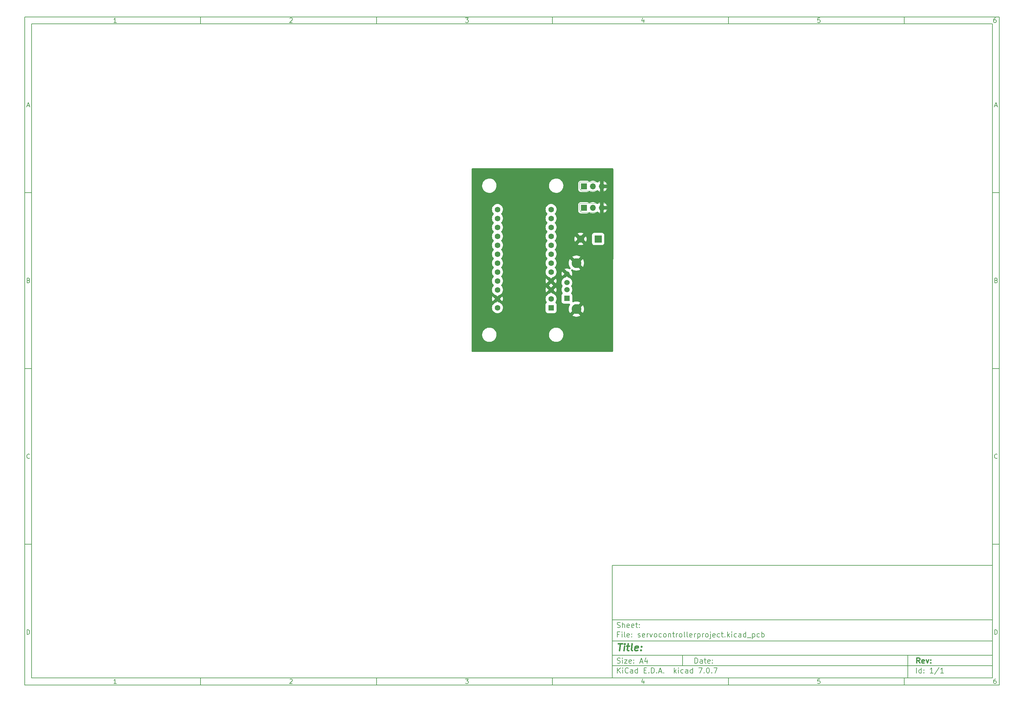
<source format=gbr>
%TF.GenerationSoftware,KiCad,Pcbnew,7.0.7*%
%TF.CreationDate,2024-02-01T17:54:51-08:00*%
%TF.ProjectId,servocontrollerproject,73657276-6f63-46f6-9e74-726f6c6c6572,rev?*%
%TF.SameCoordinates,Original*%
%TF.FileFunction,Copper,L2,Bot*%
%TF.FilePolarity,Positive*%
%FSLAX46Y46*%
G04 Gerber Fmt 4.6, Leading zero omitted, Abs format (unit mm)*
G04 Created by KiCad (PCBNEW 7.0.7) date 2024-02-01 17:54:51*
%MOMM*%
%LPD*%
G01*
G04 APERTURE LIST*
%ADD10C,0.100000*%
%ADD11C,0.150000*%
%ADD12C,0.300000*%
%ADD13C,0.400000*%
%TA.AperFunction,ComponentPad*%
%ADD14R,1.700000X1.700000*%
%TD*%
%TA.AperFunction,ComponentPad*%
%ADD15O,1.700000X1.700000*%
%TD*%
%TA.AperFunction,ComponentPad*%
%ADD16R,2.000000X2.000000*%
%TD*%
%TA.AperFunction,ComponentPad*%
%ADD17C,2.000000*%
%TD*%
%TA.AperFunction,ComponentPad*%
%ADD18R,1.524000X1.524000*%
%TD*%
%TA.AperFunction,ComponentPad*%
%ADD19C,1.524000*%
%TD*%
%TA.AperFunction,ComponentPad*%
%ADD20C,2.800000*%
%TD*%
%TA.AperFunction,ComponentPad*%
%ADD21R,1.600000X1.600000*%
%TD*%
%TA.AperFunction,ComponentPad*%
%ADD22C,1.600000*%
%TD*%
G04 APERTURE END LIST*
D10*
D11*
X177002200Y-166007200D02*
X285002200Y-166007200D01*
X285002200Y-198007200D01*
X177002200Y-198007200D01*
X177002200Y-166007200D01*
D10*
D11*
X10000000Y-10000000D02*
X287002200Y-10000000D01*
X287002200Y-200007200D01*
X10000000Y-200007200D01*
X10000000Y-10000000D01*
D10*
D11*
X12000000Y-12000000D02*
X285002200Y-12000000D01*
X285002200Y-198007200D01*
X12000000Y-198007200D01*
X12000000Y-12000000D01*
D10*
D11*
X60000000Y-12000000D02*
X60000000Y-10000000D01*
D10*
D11*
X110000000Y-12000000D02*
X110000000Y-10000000D01*
D10*
D11*
X160000000Y-12000000D02*
X160000000Y-10000000D01*
D10*
D11*
X210000000Y-12000000D02*
X210000000Y-10000000D01*
D10*
D11*
X260000000Y-12000000D02*
X260000000Y-10000000D01*
D10*
D11*
X36089160Y-11593604D02*
X35346303Y-11593604D01*
X35717731Y-11593604D02*
X35717731Y-10293604D01*
X35717731Y-10293604D02*
X35593922Y-10479319D01*
X35593922Y-10479319D02*
X35470112Y-10603128D01*
X35470112Y-10603128D02*
X35346303Y-10665033D01*
D10*
D11*
X85346303Y-10417414D02*
X85408207Y-10355509D01*
X85408207Y-10355509D02*
X85532017Y-10293604D01*
X85532017Y-10293604D02*
X85841541Y-10293604D01*
X85841541Y-10293604D02*
X85965350Y-10355509D01*
X85965350Y-10355509D02*
X86027255Y-10417414D01*
X86027255Y-10417414D02*
X86089160Y-10541223D01*
X86089160Y-10541223D02*
X86089160Y-10665033D01*
X86089160Y-10665033D02*
X86027255Y-10850747D01*
X86027255Y-10850747D02*
X85284398Y-11593604D01*
X85284398Y-11593604D02*
X86089160Y-11593604D01*
D10*
D11*
X135284398Y-10293604D02*
X136089160Y-10293604D01*
X136089160Y-10293604D02*
X135655826Y-10788842D01*
X135655826Y-10788842D02*
X135841541Y-10788842D01*
X135841541Y-10788842D02*
X135965350Y-10850747D01*
X135965350Y-10850747D02*
X136027255Y-10912652D01*
X136027255Y-10912652D02*
X136089160Y-11036461D01*
X136089160Y-11036461D02*
X136089160Y-11345985D01*
X136089160Y-11345985D02*
X136027255Y-11469795D01*
X136027255Y-11469795D02*
X135965350Y-11531700D01*
X135965350Y-11531700D02*
X135841541Y-11593604D01*
X135841541Y-11593604D02*
X135470112Y-11593604D01*
X135470112Y-11593604D02*
X135346303Y-11531700D01*
X135346303Y-11531700D02*
X135284398Y-11469795D01*
D10*
D11*
X185965350Y-10726938D02*
X185965350Y-11593604D01*
X185655826Y-10231700D02*
X185346303Y-11160271D01*
X185346303Y-11160271D02*
X186151064Y-11160271D01*
D10*
D11*
X236027255Y-10293604D02*
X235408207Y-10293604D01*
X235408207Y-10293604D02*
X235346303Y-10912652D01*
X235346303Y-10912652D02*
X235408207Y-10850747D01*
X235408207Y-10850747D02*
X235532017Y-10788842D01*
X235532017Y-10788842D02*
X235841541Y-10788842D01*
X235841541Y-10788842D02*
X235965350Y-10850747D01*
X235965350Y-10850747D02*
X236027255Y-10912652D01*
X236027255Y-10912652D02*
X236089160Y-11036461D01*
X236089160Y-11036461D02*
X236089160Y-11345985D01*
X236089160Y-11345985D02*
X236027255Y-11469795D01*
X236027255Y-11469795D02*
X235965350Y-11531700D01*
X235965350Y-11531700D02*
X235841541Y-11593604D01*
X235841541Y-11593604D02*
X235532017Y-11593604D01*
X235532017Y-11593604D02*
X235408207Y-11531700D01*
X235408207Y-11531700D02*
X235346303Y-11469795D01*
D10*
D11*
X285965350Y-10293604D02*
X285717731Y-10293604D01*
X285717731Y-10293604D02*
X285593922Y-10355509D01*
X285593922Y-10355509D02*
X285532017Y-10417414D01*
X285532017Y-10417414D02*
X285408207Y-10603128D01*
X285408207Y-10603128D02*
X285346303Y-10850747D01*
X285346303Y-10850747D02*
X285346303Y-11345985D01*
X285346303Y-11345985D02*
X285408207Y-11469795D01*
X285408207Y-11469795D02*
X285470112Y-11531700D01*
X285470112Y-11531700D02*
X285593922Y-11593604D01*
X285593922Y-11593604D02*
X285841541Y-11593604D01*
X285841541Y-11593604D02*
X285965350Y-11531700D01*
X285965350Y-11531700D02*
X286027255Y-11469795D01*
X286027255Y-11469795D02*
X286089160Y-11345985D01*
X286089160Y-11345985D02*
X286089160Y-11036461D01*
X286089160Y-11036461D02*
X286027255Y-10912652D01*
X286027255Y-10912652D02*
X285965350Y-10850747D01*
X285965350Y-10850747D02*
X285841541Y-10788842D01*
X285841541Y-10788842D02*
X285593922Y-10788842D01*
X285593922Y-10788842D02*
X285470112Y-10850747D01*
X285470112Y-10850747D02*
X285408207Y-10912652D01*
X285408207Y-10912652D02*
X285346303Y-11036461D01*
D10*
D11*
X60000000Y-198007200D02*
X60000000Y-200007200D01*
D10*
D11*
X110000000Y-198007200D02*
X110000000Y-200007200D01*
D10*
D11*
X160000000Y-198007200D02*
X160000000Y-200007200D01*
D10*
D11*
X210000000Y-198007200D02*
X210000000Y-200007200D01*
D10*
D11*
X260000000Y-198007200D02*
X260000000Y-200007200D01*
D10*
D11*
X36089160Y-199600804D02*
X35346303Y-199600804D01*
X35717731Y-199600804D02*
X35717731Y-198300804D01*
X35717731Y-198300804D02*
X35593922Y-198486519D01*
X35593922Y-198486519D02*
X35470112Y-198610328D01*
X35470112Y-198610328D02*
X35346303Y-198672233D01*
D10*
D11*
X85346303Y-198424614D02*
X85408207Y-198362709D01*
X85408207Y-198362709D02*
X85532017Y-198300804D01*
X85532017Y-198300804D02*
X85841541Y-198300804D01*
X85841541Y-198300804D02*
X85965350Y-198362709D01*
X85965350Y-198362709D02*
X86027255Y-198424614D01*
X86027255Y-198424614D02*
X86089160Y-198548423D01*
X86089160Y-198548423D02*
X86089160Y-198672233D01*
X86089160Y-198672233D02*
X86027255Y-198857947D01*
X86027255Y-198857947D02*
X85284398Y-199600804D01*
X85284398Y-199600804D02*
X86089160Y-199600804D01*
D10*
D11*
X135284398Y-198300804D02*
X136089160Y-198300804D01*
X136089160Y-198300804D02*
X135655826Y-198796042D01*
X135655826Y-198796042D02*
X135841541Y-198796042D01*
X135841541Y-198796042D02*
X135965350Y-198857947D01*
X135965350Y-198857947D02*
X136027255Y-198919852D01*
X136027255Y-198919852D02*
X136089160Y-199043661D01*
X136089160Y-199043661D02*
X136089160Y-199353185D01*
X136089160Y-199353185D02*
X136027255Y-199476995D01*
X136027255Y-199476995D02*
X135965350Y-199538900D01*
X135965350Y-199538900D02*
X135841541Y-199600804D01*
X135841541Y-199600804D02*
X135470112Y-199600804D01*
X135470112Y-199600804D02*
X135346303Y-199538900D01*
X135346303Y-199538900D02*
X135284398Y-199476995D01*
D10*
D11*
X185965350Y-198734138D02*
X185965350Y-199600804D01*
X185655826Y-198238900D02*
X185346303Y-199167471D01*
X185346303Y-199167471D02*
X186151064Y-199167471D01*
D10*
D11*
X236027255Y-198300804D02*
X235408207Y-198300804D01*
X235408207Y-198300804D02*
X235346303Y-198919852D01*
X235346303Y-198919852D02*
X235408207Y-198857947D01*
X235408207Y-198857947D02*
X235532017Y-198796042D01*
X235532017Y-198796042D02*
X235841541Y-198796042D01*
X235841541Y-198796042D02*
X235965350Y-198857947D01*
X235965350Y-198857947D02*
X236027255Y-198919852D01*
X236027255Y-198919852D02*
X236089160Y-199043661D01*
X236089160Y-199043661D02*
X236089160Y-199353185D01*
X236089160Y-199353185D02*
X236027255Y-199476995D01*
X236027255Y-199476995D02*
X235965350Y-199538900D01*
X235965350Y-199538900D02*
X235841541Y-199600804D01*
X235841541Y-199600804D02*
X235532017Y-199600804D01*
X235532017Y-199600804D02*
X235408207Y-199538900D01*
X235408207Y-199538900D02*
X235346303Y-199476995D01*
D10*
D11*
X285965350Y-198300804D02*
X285717731Y-198300804D01*
X285717731Y-198300804D02*
X285593922Y-198362709D01*
X285593922Y-198362709D02*
X285532017Y-198424614D01*
X285532017Y-198424614D02*
X285408207Y-198610328D01*
X285408207Y-198610328D02*
X285346303Y-198857947D01*
X285346303Y-198857947D02*
X285346303Y-199353185D01*
X285346303Y-199353185D02*
X285408207Y-199476995D01*
X285408207Y-199476995D02*
X285470112Y-199538900D01*
X285470112Y-199538900D02*
X285593922Y-199600804D01*
X285593922Y-199600804D02*
X285841541Y-199600804D01*
X285841541Y-199600804D02*
X285965350Y-199538900D01*
X285965350Y-199538900D02*
X286027255Y-199476995D01*
X286027255Y-199476995D02*
X286089160Y-199353185D01*
X286089160Y-199353185D02*
X286089160Y-199043661D01*
X286089160Y-199043661D02*
X286027255Y-198919852D01*
X286027255Y-198919852D02*
X285965350Y-198857947D01*
X285965350Y-198857947D02*
X285841541Y-198796042D01*
X285841541Y-198796042D02*
X285593922Y-198796042D01*
X285593922Y-198796042D02*
X285470112Y-198857947D01*
X285470112Y-198857947D02*
X285408207Y-198919852D01*
X285408207Y-198919852D02*
X285346303Y-199043661D01*
D10*
D11*
X10000000Y-60000000D02*
X12000000Y-60000000D01*
D10*
D11*
X10000000Y-110000000D02*
X12000000Y-110000000D01*
D10*
D11*
X10000000Y-160000000D02*
X12000000Y-160000000D01*
D10*
D11*
X10690476Y-35222176D02*
X11309523Y-35222176D01*
X10566666Y-35593604D02*
X10999999Y-34293604D01*
X10999999Y-34293604D02*
X11433333Y-35593604D01*
D10*
D11*
X11092857Y-84912652D02*
X11278571Y-84974557D01*
X11278571Y-84974557D02*
X11340476Y-85036461D01*
X11340476Y-85036461D02*
X11402380Y-85160271D01*
X11402380Y-85160271D02*
X11402380Y-85345985D01*
X11402380Y-85345985D02*
X11340476Y-85469795D01*
X11340476Y-85469795D02*
X11278571Y-85531700D01*
X11278571Y-85531700D02*
X11154761Y-85593604D01*
X11154761Y-85593604D02*
X10659523Y-85593604D01*
X10659523Y-85593604D02*
X10659523Y-84293604D01*
X10659523Y-84293604D02*
X11092857Y-84293604D01*
X11092857Y-84293604D02*
X11216666Y-84355509D01*
X11216666Y-84355509D02*
X11278571Y-84417414D01*
X11278571Y-84417414D02*
X11340476Y-84541223D01*
X11340476Y-84541223D02*
X11340476Y-84665033D01*
X11340476Y-84665033D02*
X11278571Y-84788842D01*
X11278571Y-84788842D02*
X11216666Y-84850747D01*
X11216666Y-84850747D02*
X11092857Y-84912652D01*
X11092857Y-84912652D02*
X10659523Y-84912652D01*
D10*
D11*
X11402380Y-135469795D02*
X11340476Y-135531700D01*
X11340476Y-135531700D02*
X11154761Y-135593604D01*
X11154761Y-135593604D02*
X11030952Y-135593604D01*
X11030952Y-135593604D02*
X10845238Y-135531700D01*
X10845238Y-135531700D02*
X10721428Y-135407890D01*
X10721428Y-135407890D02*
X10659523Y-135284080D01*
X10659523Y-135284080D02*
X10597619Y-135036461D01*
X10597619Y-135036461D02*
X10597619Y-134850747D01*
X10597619Y-134850747D02*
X10659523Y-134603128D01*
X10659523Y-134603128D02*
X10721428Y-134479319D01*
X10721428Y-134479319D02*
X10845238Y-134355509D01*
X10845238Y-134355509D02*
X11030952Y-134293604D01*
X11030952Y-134293604D02*
X11154761Y-134293604D01*
X11154761Y-134293604D02*
X11340476Y-134355509D01*
X11340476Y-134355509D02*
X11402380Y-134417414D01*
D10*
D11*
X10659523Y-185593604D02*
X10659523Y-184293604D01*
X10659523Y-184293604D02*
X10969047Y-184293604D01*
X10969047Y-184293604D02*
X11154761Y-184355509D01*
X11154761Y-184355509D02*
X11278571Y-184479319D01*
X11278571Y-184479319D02*
X11340476Y-184603128D01*
X11340476Y-184603128D02*
X11402380Y-184850747D01*
X11402380Y-184850747D02*
X11402380Y-185036461D01*
X11402380Y-185036461D02*
X11340476Y-185284080D01*
X11340476Y-185284080D02*
X11278571Y-185407890D01*
X11278571Y-185407890D02*
X11154761Y-185531700D01*
X11154761Y-185531700D02*
X10969047Y-185593604D01*
X10969047Y-185593604D02*
X10659523Y-185593604D01*
D10*
D11*
X287002200Y-60000000D02*
X285002200Y-60000000D01*
D10*
D11*
X287002200Y-110000000D02*
X285002200Y-110000000D01*
D10*
D11*
X287002200Y-160000000D02*
X285002200Y-160000000D01*
D10*
D11*
X285692676Y-35222176D02*
X286311723Y-35222176D01*
X285568866Y-35593604D02*
X286002199Y-34293604D01*
X286002199Y-34293604D02*
X286435533Y-35593604D01*
D10*
D11*
X286095057Y-84912652D02*
X286280771Y-84974557D01*
X286280771Y-84974557D02*
X286342676Y-85036461D01*
X286342676Y-85036461D02*
X286404580Y-85160271D01*
X286404580Y-85160271D02*
X286404580Y-85345985D01*
X286404580Y-85345985D02*
X286342676Y-85469795D01*
X286342676Y-85469795D02*
X286280771Y-85531700D01*
X286280771Y-85531700D02*
X286156961Y-85593604D01*
X286156961Y-85593604D02*
X285661723Y-85593604D01*
X285661723Y-85593604D02*
X285661723Y-84293604D01*
X285661723Y-84293604D02*
X286095057Y-84293604D01*
X286095057Y-84293604D02*
X286218866Y-84355509D01*
X286218866Y-84355509D02*
X286280771Y-84417414D01*
X286280771Y-84417414D02*
X286342676Y-84541223D01*
X286342676Y-84541223D02*
X286342676Y-84665033D01*
X286342676Y-84665033D02*
X286280771Y-84788842D01*
X286280771Y-84788842D02*
X286218866Y-84850747D01*
X286218866Y-84850747D02*
X286095057Y-84912652D01*
X286095057Y-84912652D02*
X285661723Y-84912652D01*
D10*
D11*
X286404580Y-135469795D02*
X286342676Y-135531700D01*
X286342676Y-135531700D02*
X286156961Y-135593604D01*
X286156961Y-135593604D02*
X286033152Y-135593604D01*
X286033152Y-135593604D02*
X285847438Y-135531700D01*
X285847438Y-135531700D02*
X285723628Y-135407890D01*
X285723628Y-135407890D02*
X285661723Y-135284080D01*
X285661723Y-135284080D02*
X285599819Y-135036461D01*
X285599819Y-135036461D02*
X285599819Y-134850747D01*
X285599819Y-134850747D02*
X285661723Y-134603128D01*
X285661723Y-134603128D02*
X285723628Y-134479319D01*
X285723628Y-134479319D02*
X285847438Y-134355509D01*
X285847438Y-134355509D02*
X286033152Y-134293604D01*
X286033152Y-134293604D02*
X286156961Y-134293604D01*
X286156961Y-134293604D02*
X286342676Y-134355509D01*
X286342676Y-134355509D02*
X286404580Y-134417414D01*
D10*
D11*
X285661723Y-185593604D02*
X285661723Y-184293604D01*
X285661723Y-184293604D02*
X285971247Y-184293604D01*
X285971247Y-184293604D02*
X286156961Y-184355509D01*
X286156961Y-184355509D02*
X286280771Y-184479319D01*
X286280771Y-184479319D02*
X286342676Y-184603128D01*
X286342676Y-184603128D02*
X286404580Y-184850747D01*
X286404580Y-184850747D02*
X286404580Y-185036461D01*
X286404580Y-185036461D02*
X286342676Y-185284080D01*
X286342676Y-185284080D02*
X286280771Y-185407890D01*
X286280771Y-185407890D02*
X286156961Y-185531700D01*
X286156961Y-185531700D02*
X285971247Y-185593604D01*
X285971247Y-185593604D02*
X285661723Y-185593604D01*
D10*
D11*
X200458026Y-193793328D02*
X200458026Y-192293328D01*
X200458026Y-192293328D02*
X200815169Y-192293328D01*
X200815169Y-192293328D02*
X201029455Y-192364757D01*
X201029455Y-192364757D02*
X201172312Y-192507614D01*
X201172312Y-192507614D02*
X201243741Y-192650471D01*
X201243741Y-192650471D02*
X201315169Y-192936185D01*
X201315169Y-192936185D02*
X201315169Y-193150471D01*
X201315169Y-193150471D02*
X201243741Y-193436185D01*
X201243741Y-193436185D02*
X201172312Y-193579042D01*
X201172312Y-193579042D02*
X201029455Y-193721900D01*
X201029455Y-193721900D02*
X200815169Y-193793328D01*
X200815169Y-193793328D02*
X200458026Y-193793328D01*
X202600884Y-193793328D02*
X202600884Y-193007614D01*
X202600884Y-193007614D02*
X202529455Y-192864757D01*
X202529455Y-192864757D02*
X202386598Y-192793328D01*
X202386598Y-192793328D02*
X202100884Y-192793328D01*
X202100884Y-192793328D02*
X201958026Y-192864757D01*
X202600884Y-193721900D02*
X202458026Y-193793328D01*
X202458026Y-193793328D02*
X202100884Y-193793328D01*
X202100884Y-193793328D02*
X201958026Y-193721900D01*
X201958026Y-193721900D02*
X201886598Y-193579042D01*
X201886598Y-193579042D02*
X201886598Y-193436185D01*
X201886598Y-193436185D02*
X201958026Y-193293328D01*
X201958026Y-193293328D02*
X202100884Y-193221900D01*
X202100884Y-193221900D02*
X202458026Y-193221900D01*
X202458026Y-193221900D02*
X202600884Y-193150471D01*
X203100884Y-192793328D02*
X203672312Y-192793328D01*
X203315169Y-192293328D02*
X203315169Y-193579042D01*
X203315169Y-193579042D02*
X203386598Y-193721900D01*
X203386598Y-193721900D02*
X203529455Y-193793328D01*
X203529455Y-193793328D02*
X203672312Y-193793328D01*
X204743741Y-193721900D02*
X204600884Y-193793328D01*
X204600884Y-193793328D02*
X204315170Y-193793328D01*
X204315170Y-193793328D02*
X204172312Y-193721900D01*
X204172312Y-193721900D02*
X204100884Y-193579042D01*
X204100884Y-193579042D02*
X204100884Y-193007614D01*
X204100884Y-193007614D02*
X204172312Y-192864757D01*
X204172312Y-192864757D02*
X204315170Y-192793328D01*
X204315170Y-192793328D02*
X204600884Y-192793328D01*
X204600884Y-192793328D02*
X204743741Y-192864757D01*
X204743741Y-192864757D02*
X204815170Y-193007614D01*
X204815170Y-193007614D02*
X204815170Y-193150471D01*
X204815170Y-193150471D02*
X204100884Y-193293328D01*
X205458026Y-193650471D02*
X205529455Y-193721900D01*
X205529455Y-193721900D02*
X205458026Y-193793328D01*
X205458026Y-193793328D02*
X205386598Y-193721900D01*
X205386598Y-193721900D02*
X205458026Y-193650471D01*
X205458026Y-193650471D02*
X205458026Y-193793328D01*
X205458026Y-192864757D02*
X205529455Y-192936185D01*
X205529455Y-192936185D02*
X205458026Y-193007614D01*
X205458026Y-193007614D02*
X205386598Y-192936185D01*
X205386598Y-192936185D02*
X205458026Y-192864757D01*
X205458026Y-192864757D02*
X205458026Y-193007614D01*
D10*
D11*
X177002200Y-194507200D02*
X285002200Y-194507200D01*
D10*
D11*
X178458026Y-196593328D02*
X178458026Y-195093328D01*
X179315169Y-196593328D02*
X178672312Y-195736185D01*
X179315169Y-195093328D02*
X178458026Y-195950471D01*
X179958026Y-196593328D02*
X179958026Y-195593328D01*
X179958026Y-195093328D02*
X179886598Y-195164757D01*
X179886598Y-195164757D02*
X179958026Y-195236185D01*
X179958026Y-195236185D02*
X180029455Y-195164757D01*
X180029455Y-195164757D02*
X179958026Y-195093328D01*
X179958026Y-195093328D02*
X179958026Y-195236185D01*
X181529455Y-196450471D02*
X181458027Y-196521900D01*
X181458027Y-196521900D02*
X181243741Y-196593328D01*
X181243741Y-196593328D02*
X181100884Y-196593328D01*
X181100884Y-196593328D02*
X180886598Y-196521900D01*
X180886598Y-196521900D02*
X180743741Y-196379042D01*
X180743741Y-196379042D02*
X180672312Y-196236185D01*
X180672312Y-196236185D02*
X180600884Y-195950471D01*
X180600884Y-195950471D02*
X180600884Y-195736185D01*
X180600884Y-195736185D02*
X180672312Y-195450471D01*
X180672312Y-195450471D02*
X180743741Y-195307614D01*
X180743741Y-195307614D02*
X180886598Y-195164757D01*
X180886598Y-195164757D02*
X181100884Y-195093328D01*
X181100884Y-195093328D02*
X181243741Y-195093328D01*
X181243741Y-195093328D02*
X181458027Y-195164757D01*
X181458027Y-195164757D02*
X181529455Y-195236185D01*
X182815170Y-196593328D02*
X182815170Y-195807614D01*
X182815170Y-195807614D02*
X182743741Y-195664757D01*
X182743741Y-195664757D02*
X182600884Y-195593328D01*
X182600884Y-195593328D02*
X182315170Y-195593328D01*
X182315170Y-195593328D02*
X182172312Y-195664757D01*
X182815170Y-196521900D02*
X182672312Y-196593328D01*
X182672312Y-196593328D02*
X182315170Y-196593328D01*
X182315170Y-196593328D02*
X182172312Y-196521900D01*
X182172312Y-196521900D02*
X182100884Y-196379042D01*
X182100884Y-196379042D02*
X182100884Y-196236185D01*
X182100884Y-196236185D02*
X182172312Y-196093328D01*
X182172312Y-196093328D02*
X182315170Y-196021900D01*
X182315170Y-196021900D02*
X182672312Y-196021900D01*
X182672312Y-196021900D02*
X182815170Y-195950471D01*
X184172313Y-196593328D02*
X184172313Y-195093328D01*
X184172313Y-196521900D02*
X184029455Y-196593328D01*
X184029455Y-196593328D02*
X183743741Y-196593328D01*
X183743741Y-196593328D02*
X183600884Y-196521900D01*
X183600884Y-196521900D02*
X183529455Y-196450471D01*
X183529455Y-196450471D02*
X183458027Y-196307614D01*
X183458027Y-196307614D02*
X183458027Y-195879042D01*
X183458027Y-195879042D02*
X183529455Y-195736185D01*
X183529455Y-195736185D02*
X183600884Y-195664757D01*
X183600884Y-195664757D02*
X183743741Y-195593328D01*
X183743741Y-195593328D02*
X184029455Y-195593328D01*
X184029455Y-195593328D02*
X184172313Y-195664757D01*
X186029455Y-195807614D02*
X186529455Y-195807614D01*
X186743741Y-196593328D02*
X186029455Y-196593328D01*
X186029455Y-196593328D02*
X186029455Y-195093328D01*
X186029455Y-195093328D02*
X186743741Y-195093328D01*
X187386598Y-196450471D02*
X187458027Y-196521900D01*
X187458027Y-196521900D02*
X187386598Y-196593328D01*
X187386598Y-196593328D02*
X187315170Y-196521900D01*
X187315170Y-196521900D02*
X187386598Y-196450471D01*
X187386598Y-196450471D02*
X187386598Y-196593328D01*
X188100884Y-196593328D02*
X188100884Y-195093328D01*
X188100884Y-195093328D02*
X188458027Y-195093328D01*
X188458027Y-195093328D02*
X188672313Y-195164757D01*
X188672313Y-195164757D02*
X188815170Y-195307614D01*
X188815170Y-195307614D02*
X188886599Y-195450471D01*
X188886599Y-195450471D02*
X188958027Y-195736185D01*
X188958027Y-195736185D02*
X188958027Y-195950471D01*
X188958027Y-195950471D02*
X188886599Y-196236185D01*
X188886599Y-196236185D02*
X188815170Y-196379042D01*
X188815170Y-196379042D02*
X188672313Y-196521900D01*
X188672313Y-196521900D02*
X188458027Y-196593328D01*
X188458027Y-196593328D02*
X188100884Y-196593328D01*
X189600884Y-196450471D02*
X189672313Y-196521900D01*
X189672313Y-196521900D02*
X189600884Y-196593328D01*
X189600884Y-196593328D02*
X189529456Y-196521900D01*
X189529456Y-196521900D02*
X189600884Y-196450471D01*
X189600884Y-196450471D02*
X189600884Y-196593328D01*
X190243742Y-196164757D02*
X190958028Y-196164757D01*
X190100885Y-196593328D02*
X190600885Y-195093328D01*
X190600885Y-195093328D02*
X191100885Y-196593328D01*
X191600884Y-196450471D02*
X191672313Y-196521900D01*
X191672313Y-196521900D02*
X191600884Y-196593328D01*
X191600884Y-196593328D02*
X191529456Y-196521900D01*
X191529456Y-196521900D02*
X191600884Y-196450471D01*
X191600884Y-196450471D02*
X191600884Y-196593328D01*
X194600884Y-196593328D02*
X194600884Y-195093328D01*
X194743742Y-196021900D02*
X195172313Y-196593328D01*
X195172313Y-195593328D02*
X194600884Y-196164757D01*
X195815170Y-196593328D02*
X195815170Y-195593328D01*
X195815170Y-195093328D02*
X195743742Y-195164757D01*
X195743742Y-195164757D02*
X195815170Y-195236185D01*
X195815170Y-195236185D02*
X195886599Y-195164757D01*
X195886599Y-195164757D02*
X195815170Y-195093328D01*
X195815170Y-195093328D02*
X195815170Y-195236185D01*
X197172314Y-196521900D02*
X197029456Y-196593328D01*
X197029456Y-196593328D02*
X196743742Y-196593328D01*
X196743742Y-196593328D02*
X196600885Y-196521900D01*
X196600885Y-196521900D02*
X196529456Y-196450471D01*
X196529456Y-196450471D02*
X196458028Y-196307614D01*
X196458028Y-196307614D02*
X196458028Y-195879042D01*
X196458028Y-195879042D02*
X196529456Y-195736185D01*
X196529456Y-195736185D02*
X196600885Y-195664757D01*
X196600885Y-195664757D02*
X196743742Y-195593328D01*
X196743742Y-195593328D02*
X197029456Y-195593328D01*
X197029456Y-195593328D02*
X197172314Y-195664757D01*
X198458028Y-196593328D02*
X198458028Y-195807614D01*
X198458028Y-195807614D02*
X198386599Y-195664757D01*
X198386599Y-195664757D02*
X198243742Y-195593328D01*
X198243742Y-195593328D02*
X197958028Y-195593328D01*
X197958028Y-195593328D02*
X197815170Y-195664757D01*
X198458028Y-196521900D02*
X198315170Y-196593328D01*
X198315170Y-196593328D02*
X197958028Y-196593328D01*
X197958028Y-196593328D02*
X197815170Y-196521900D01*
X197815170Y-196521900D02*
X197743742Y-196379042D01*
X197743742Y-196379042D02*
X197743742Y-196236185D01*
X197743742Y-196236185D02*
X197815170Y-196093328D01*
X197815170Y-196093328D02*
X197958028Y-196021900D01*
X197958028Y-196021900D02*
X198315170Y-196021900D01*
X198315170Y-196021900D02*
X198458028Y-195950471D01*
X199815171Y-196593328D02*
X199815171Y-195093328D01*
X199815171Y-196521900D02*
X199672313Y-196593328D01*
X199672313Y-196593328D02*
X199386599Y-196593328D01*
X199386599Y-196593328D02*
X199243742Y-196521900D01*
X199243742Y-196521900D02*
X199172313Y-196450471D01*
X199172313Y-196450471D02*
X199100885Y-196307614D01*
X199100885Y-196307614D02*
X199100885Y-195879042D01*
X199100885Y-195879042D02*
X199172313Y-195736185D01*
X199172313Y-195736185D02*
X199243742Y-195664757D01*
X199243742Y-195664757D02*
X199386599Y-195593328D01*
X199386599Y-195593328D02*
X199672313Y-195593328D01*
X199672313Y-195593328D02*
X199815171Y-195664757D01*
X201529456Y-195093328D02*
X202529456Y-195093328D01*
X202529456Y-195093328D02*
X201886599Y-196593328D01*
X203100884Y-196450471D02*
X203172313Y-196521900D01*
X203172313Y-196521900D02*
X203100884Y-196593328D01*
X203100884Y-196593328D02*
X203029456Y-196521900D01*
X203029456Y-196521900D02*
X203100884Y-196450471D01*
X203100884Y-196450471D02*
X203100884Y-196593328D01*
X204100885Y-195093328D02*
X204243742Y-195093328D01*
X204243742Y-195093328D02*
X204386599Y-195164757D01*
X204386599Y-195164757D02*
X204458028Y-195236185D01*
X204458028Y-195236185D02*
X204529456Y-195379042D01*
X204529456Y-195379042D02*
X204600885Y-195664757D01*
X204600885Y-195664757D02*
X204600885Y-196021900D01*
X204600885Y-196021900D02*
X204529456Y-196307614D01*
X204529456Y-196307614D02*
X204458028Y-196450471D01*
X204458028Y-196450471D02*
X204386599Y-196521900D01*
X204386599Y-196521900D02*
X204243742Y-196593328D01*
X204243742Y-196593328D02*
X204100885Y-196593328D01*
X204100885Y-196593328D02*
X203958028Y-196521900D01*
X203958028Y-196521900D02*
X203886599Y-196450471D01*
X203886599Y-196450471D02*
X203815170Y-196307614D01*
X203815170Y-196307614D02*
X203743742Y-196021900D01*
X203743742Y-196021900D02*
X203743742Y-195664757D01*
X203743742Y-195664757D02*
X203815170Y-195379042D01*
X203815170Y-195379042D02*
X203886599Y-195236185D01*
X203886599Y-195236185D02*
X203958028Y-195164757D01*
X203958028Y-195164757D02*
X204100885Y-195093328D01*
X205243741Y-196450471D02*
X205315170Y-196521900D01*
X205315170Y-196521900D02*
X205243741Y-196593328D01*
X205243741Y-196593328D02*
X205172313Y-196521900D01*
X205172313Y-196521900D02*
X205243741Y-196450471D01*
X205243741Y-196450471D02*
X205243741Y-196593328D01*
X205815170Y-195093328D02*
X206815170Y-195093328D01*
X206815170Y-195093328D02*
X206172313Y-196593328D01*
D10*
D11*
X177002200Y-191507200D02*
X285002200Y-191507200D01*
D10*
D12*
X264413853Y-193785528D02*
X263913853Y-193071242D01*
X263556710Y-193785528D02*
X263556710Y-192285528D01*
X263556710Y-192285528D02*
X264128139Y-192285528D01*
X264128139Y-192285528D02*
X264270996Y-192356957D01*
X264270996Y-192356957D02*
X264342425Y-192428385D01*
X264342425Y-192428385D02*
X264413853Y-192571242D01*
X264413853Y-192571242D02*
X264413853Y-192785528D01*
X264413853Y-192785528D02*
X264342425Y-192928385D01*
X264342425Y-192928385D02*
X264270996Y-192999814D01*
X264270996Y-192999814D02*
X264128139Y-193071242D01*
X264128139Y-193071242D02*
X263556710Y-193071242D01*
X265628139Y-193714100D02*
X265485282Y-193785528D01*
X265485282Y-193785528D02*
X265199568Y-193785528D01*
X265199568Y-193785528D02*
X265056710Y-193714100D01*
X265056710Y-193714100D02*
X264985282Y-193571242D01*
X264985282Y-193571242D02*
X264985282Y-192999814D01*
X264985282Y-192999814D02*
X265056710Y-192856957D01*
X265056710Y-192856957D02*
X265199568Y-192785528D01*
X265199568Y-192785528D02*
X265485282Y-192785528D01*
X265485282Y-192785528D02*
X265628139Y-192856957D01*
X265628139Y-192856957D02*
X265699568Y-192999814D01*
X265699568Y-192999814D02*
X265699568Y-193142671D01*
X265699568Y-193142671D02*
X264985282Y-193285528D01*
X266199567Y-192785528D02*
X266556710Y-193785528D01*
X266556710Y-193785528D02*
X266913853Y-192785528D01*
X267485281Y-193642671D02*
X267556710Y-193714100D01*
X267556710Y-193714100D02*
X267485281Y-193785528D01*
X267485281Y-193785528D02*
X267413853Y-193714100D01*
X267413853Y-193714100D02*
X267485281Y-193642671D01*
X267485281Y-193642671D02*
X267485281Y-193785528D01*
X267485281Y-192856957D02*
X267556710Y-192928385D01*
X267556710Y-192928385D02*
X267485281Y-192999814D01*
X267485281Y-192999814D02*
X267413853Y-192928385D01*
X267413853Y-192928385D02*
X267485281Y-192856957D01*
X267485281Y-192856957D02*
X267485281Y-192999814D01*
D10*
D11*
X178386598Y-193721900D02*
X178600884Y-193793328D01*
X178600884Y-193793328D02*
X178958026Y-193793328D01*
X178958026Y-193793328D02*
X179100884Y-193721900D01*
X179100884Y-193721900D02*
X179172312Y-193650471D01*
X179172312Y-193650471D02*
X179243741Y-193507614D01*
X179243741Y-193507614D02*
X179243741Y-193364757D01*
X179243741Y-193364757D02*
X179172312Y-193221900D01*
X179172312Y-193221900D02*
X179100884Y-193150471D01*
X179100884Y-193150471D02*
X178958026Y-193079042D01*
X178958026Y-193079042D02*
X178672312Y-193007614D01*
X178672312Y-193007614D02*
X178529455Y-192936185D01*
X178529455Y-192936185D02*
X178458026Y-192864757D01*
X178458026Y-192864757D02*
X178386598Y-192721900D01*
X178386598Y-192721900D02*
X178386598Y-192579042D01*
X178386598Y-192579042D02*
X178458026Y-192436185D01*
X178458026Y-192436185D02*
X178529455Y-192364757D01*
X178529455Y-192364757D02*
X178672312Y-192293328D01*
X178672312Y-192293328D02*
X179029455Y-192293328D01*
X179029455Y-192293328D02*
X179243741Y-192364757D01*
X179886597Y-193793328D02*
X179886597Y-192793328D01*
X179886597Y-192293328D02*
X179815169Y-192364757D01*
X179815169Y-192364757D02*
X179886597Y-192436185D01*
X179886597Y-192436185D02*
X179958026Y-192364757D01*
X179958026Y-192364757D02*
X179886597Y-192293328D01*
X179886597Y-192293328D02*
X179886597Y-192436185D01*
X180458026Y-192793328D02*
X181243741Y-192793328D01*
X181243741Y-192793328D02*
X180458026Y-193793328D01*
X180458026Y-193793328D02*
X181243741Y-193793328D01*
X182386598Y-193721900D02*
X182243741Y-193793328D01*
X182243741Y-193793328D02*
X181958027Y-193793328D01*
X181958027Y-193793328D02*
X181815169Y-193721900D01*
X181815169Y-193721900D02*
X181743741Y-193579042D01*
X181743741Y-193579042D02*
X181743741Y-193007614D01*
X181743741Y-193007614D02*
X181815169Y-192864757D01*
X181815169Y-192864757D02*
X181958027Y-192793328D01*
X181958027Y-192793328D02*
X182243741Y-192793328D01*
X182243741Y-192793328D02*
X182386598Y-192864757D01*
X182386598Y-192864757D02*
X182458027Y-193007614D01*
X182458027Y-193007614D02*
X182458027Y-193150471D01*
X182458027Y-193150471D02*
X181743741Y-193293328D01*
X183100883Y-193650471D02*
X183172312Y-193721900D01*
X183172312Y-193721900D02*
X183100883Y-193793328D01*
X183100883Y-193793328D02*
X183029455Y-193721900D01*
X183029455Y-193721900D02*
X183100883Y-193650471D01*
X183100883Y-193650471D02*
X183100883Y-193793328D01*
X183100883Y-192864757D02*
X183172312Y-192936185D01*
X183172312Y-192936185D02*
X183100883Y-193007614D01*
X183100883Y-193007614D02*
X183029455Y-192936185D01*
X183029455Y-192936185D02*
X183100883Y-192864757D01*
X183100883Y-192864757D02*
X183100883Y-193007614D01*
X184886598Y-193364757D02*
X185600884Y-193364757D01*
X184743741Y-193793328D02*
X185243741Y-192293328D01*
X185243741Y-192293328D02*
X185743741Y-193793328D01*
X186886598Y-192793328D02*
X186886598Y-193793328D01*
X186529455Y-192221900D02*
X186172312Y-193293328D01*
X186172312Y-193293328D02*
X187100883Y-193293328D01*
D10*
D11*
X263458026Y-196593328D02*
X263458026Y-195093328D01*
X264815170Y-196593328D02*
X264815170Y-195093328D01*
X264815170Y-196521900D02*
X264672312Y-196593328D01*
X264672312Y-196593328D02*
X264386598Y-196593328D01*
X264386598Y-196593328D02*
X264243741Y-196521900D01*
X264243741Y-196521900D02*
X264172312Y-196450471D01*
X264172312Y-196450471D02*
X264100884Y-196307614D01*
X264100884Y-196307614D02*
X264100884Y-195879042D01*
X264100884Y-195879042D02*
X264172312Y-195736185D01*
X264172312Y-195736185D02*
X264243741Y-195664757D01*
X264243741Y-195664757D02*
X264386598Y-195593328D01*
X264386598Y-195593328D02*
X264672312Y-195593328D01*
X264672312Y-195593328D02*
X264815170Y-195664757D01*
X265529455Y-196450471D02*
X265600884Y-196521900D01*
X265600884Y-196521900D02*
X265529455Y-196593328D01*
X265529455Y-196593328D02*
X265458027Y-196521900D01*
X265458027Y-196521900D02*
X265529455Y-196450471D01*
X265529455Y-196450471D02*
X265529455Y-196593328D01*
X265529455Y-195664757D02*
X265600884Y-195736185D01*
X265600884Y-195736185D02*
X265529455Y-195807614D01*
X265529455Y-195807614D02*
X265458027Y-195736185D01*
X265458027Y-195736185D02*
X265529455Y-195664757D01*
X265529455Y-195664757D02*
X265529455Y-195807614D01*
X268172313Y-196593328D02*
X267315170Y-196593328D01*
X267743741Y-196593328D02*
X267743741Y-195093328D01*
X267743741Y-195093328D02*
X267600884Y-195307614D01*
X267600884Y-195307614D02*
X267458027Y-195450471D01*
X267458027Y-195450471D02*
X267315170Y-195521900D01*
X269886598Y-195021900D02*
X268600884Y-196950471D01*
X271172313Y-196593328D02*
X270315170Y-196593328D01*
X270743741Y-196593328D02*
X270743741Y-195093328D01*
X270743741Y-195093328D02*
X270600884Y-195307614D01*
X270600884Y-195307614D02*
X270458027Y-195450471D01*
X270458027Y-195450471D02*
X270315170Y-195521900D01*
D10*
D11*
X177002200Y-187507200D02*
X285002200Y-187507200D01*
D10*
D13*
X178693928Y-188211638D02*
X179836785Y-188211638D01*
X179015357Y-190211638D02*
X179265357Y-188211638D01*
X180253452Y-190211638D02*
X180420119Y-188878304D01*
X180503452Y-188211638D02*
X180396309Y-188306876D01*
X180396309Y-188306876D02*
X180479643Y-188402114D01*
X180479643Y-188402114D02*
X180586786Y-188306876D01*
X180586786Y-188306876D02*
X180503452Y-188211638D01*
X180503452Y-188211638D02*
X180479643Y-188402114D01*
X181086786Y-188878304D02*
X181848690Y-188878304D01*
X181455833Y-188211638D02*
X181241548Y-189925923D01*
X181241548Y-189925923D02*
X181312976Y-190116400D01*
X181312976Y-190116400D02*
X181491548Y-190211638D01*
X181491548Y-190211638D02*
X181682024Y-190211638D01*
X182634405Y-190211638D02*
X182455833Y-190116400D01*
X182455833Y-190116400D02*
X182384405Y-189925923D01*
X182384405Y-189925923D02*
X182598690Y-188211638D01*
X184170119Y-190116400D02*
X183967738Y-190211638D01*
X183967738Y-190211638D02*
X183586785Y-190211638D01*
X183586785Y-190211638D02*
X183408214Y-190116400D01*
X183408214Y-190116400D02*
X183336785Y-189925923D01*
X183336785Y-189925923D02*
X183432024Y-189164019D01*
X183432024Y-189164019D02*
X183551071Y-188973542D01*
X183551071Y-188973542D02*
X183753452Y-188878304D01*
X183753452Y-188878304D02*
X184134404Y-188878304D01*
X184134404Y-188878304D02*
X184312976Y-188973542D01*
X184312976Y-188973542D02*
X184384404Y-189164019D01*
X184384404Y-189164019D02*
X184360595Y-189354495D01*
X184360595Y-189354495D02*
X183384404Y-189544971D01*
X185134405Y-190021161D02*
X185217738Y-190116400D01*
X185217738Y-190116400D02*
X185110595Y-190211638D01*
X185110595Y-190211638D02*
X185027262Y-190116400D01*
X185027262Y-190116400D02*
X185134405Y-190021161D01*
X185134405Y-190021161D02*
X185110595Y-190211638D01*
X185265357Y-188973542D02*
X185348690Y-189068780D01*
X185348690Y-189068780D02*
X185241548Y-189164019D01*
X185241548Y-189164019D02*
X185158214Y-189068780D01*
X185158214Y-189068780D02*
X185265357Y-188973542D01*
X185265357Y-188973542D02*
X185241548Y-189164019D01*
D10*
D11*
X178958026Y-185607614D02*
X178458026Y-185607614D01*
X178458026Y-186393328D02*
X178458026Y-184893328D01*
X178458026Y-184893328D02*
X179172312Y-184893328D01*
X179743740Y-186393328D02*
X179743740Y-185393328D01*
X179743740Y-184893328D02*
X179672312Y-184964757D01*
X179672312Y-184964757D02*
X179743740Y-185036185D01*
X179743740Y-185036185D02*
X179815169Y-184964757D01*
X179815169Y-184964757D02*
X179743740Y-184893328D01*
X179743740Y-184893328D02*
X179743740Y-185036185D01*
X180672312Y-186393328D02*
X180529455Y-186321900D01*
X180529455Y-186321900D02*
X180458026Y-186179042D01*
X180458026Y-186179042D02*
X180458026Y-184893328D01*
X181815169Y-186321900D02*
X181672312Y-186393328D01*
X181672312Y-186393328D02*
X181386598Y-186393328D01*
X181386598Y-186393328D02*
X181243740Y-186321900D01*
X181243740Y-186321900D02*
X181172312Y-186179042D01*
X181172312Y-186179042D02*
X181172312Y-185607614D01*
X181172312Y-185607614D02*
X181243740Y-185464757D01*
X181243740Y-185464757D02*
X181386598Y-185393328D01*
X181386598Y-185393328D02*
X181672312Y-185393328D01*
X181672312Y-185393328D02*
X181815169Y-185464757D01*
X181815169Y-185464757D02*
X181886598Y-185607614D01*
X181886598Y-185607614D02*
X181886598Y-185750471D01*
X181886598Y-185750471D02*
X181172312Y-185893328D01*
X182529454Y-186250471D02*
X182600883Y-186321900D01*
X182600883Y-186321900D02*
X182529454Y-186393328D01*
X182529454Y-186393328D02*
X182458026Y-186321900D01*
X182458026Y-186321900D02*
X182529454Y-186250471D01*
X182529454Y-186250471D02*
X182529454Y-186393328D01*
X182529454Y-185464757D02*
X182600883Y-185536185D01*
X182600883Y-185536185D02*
X182529454Y-185607614D01*
X182529454Y-185607614D02*
X182458026Y-185536185D01*
X182458026Y-185536185D02*
X182529454Y-185464757D01*
X182529454Y-185464757D02*
X182529454Y-185607614D01*
X184315169Y-186321900D02*
X184458026Y-186393328D01*
X184458026Y-186393328D02*
X184743740Y-186393328D01*
X184743740Y-186393328D02*
X184886597Y-186321900D01*
X184886597Y-186321900D02*
X184958026Y-186179042D01*
X184958026Y-186179042D02*
X184958026Y-186107614D01*
X184958026Y-186107614D02*
X184886597Y-185964757D01*
X184886597Y-185964757D02*
X184743740Y-185893328D01*
X184743740Y-185893328D02*
X184529455Y-185893328D01*
X184529455Y-185893328D02*
X184386597Y-185821900D01*
X184386597Y-185821900D02*
X184315169Y-185679042D01*
X184315169Y-185679042D02*
X184315169Y-185607614D01*
X184315169Y-185607614D02*
X184386597Y-185464757D01*
X184386597Y-185464757D02*
X184529455Y-185393328D01*
X184529455Y-185393328D02*
X184743740Y-185393328D01*
X184743740Y-185393328D02*
X184886597Y-185464757D01*
X186172312Y-186321900D02*
X186029455Y-186393328D01*
X186029455Y-186393328D02*
X185743741Y-186393328D01*
X185743741Y-186393328D02*
X185600883Y-186321900D01*
X185600883Y-186321900D02*
X185529455Y-186179042D01*
X185529455Y-186179042D02*
X185529455Y-185607614D01*
X185529455Y-185607614D02*
X185600883Y-185464757D01*
X185600883Y-185464757D02*
X185743741Y-185393328D01*
X185743741Y-185393328D02*
X186029455Y-185393328D01*
X186029455Y-185393328D02*
X186172312Y-185464757D01*
X186172312Y-185464757D02*
X186243741Y-185607614D01*
X186243741Y-185607614D02*
X186243741Y-185750471D01*
X186243741Y-185750471D02*
X185529455Y-185893328D01*
X186886597Y-186393328D02*
X186886597Y-185393328D01*
X186886597Y-185679042D02*
X186958026Y-185536185D01*
X186958026Y-185536185D02*
X187029455Y-185464757D01*
X187029455Y-185464757D02*
X187172312Y-185393328D01*
X187172312Y-185393328D02*
X187315169Y-185393328D01*
X187672311Y-185393328D02*
X188029454Y-186393328D01*
X188029454Y-186393328D02*
X188386597Y-185393328D01*
X189172311Y-186393328D02*
X189029454Y-186321900D01*
X189029454Y-186321900D02*
X188958025Y-186250471D01*
X188958025Y-186250471D02*
X188886597Y-186107614D01*
X188886597Y-186107614D02*
X188886597Y-185679042D01*
X188886597Y-185679042D02*
X188958025Y-185536185D01*
X188958025Y-185536185D02*
X189029454Y-185464757D01*
X189029454Y-185464757D02*
X189172311Y-185393328D01*
X189172311Y-185393328D02*
X189386597Y-185393328D01*
X189386597Y-185393328D02*
X189529454Y-185464757D01*
X189529454Y-185464757D02*
X189600883Y-185536185D01*
X189600883Y-185536185D02*
X189672311Y-185679042D01*
X189672311Y-185679042D02*
X189672311Y-186107614D01*
X189672311Y-186107614D02*
X189600883Y-186250471D01*
X189600883Y-186250471D02*
X189529454Y-186321900D01*
X189529454Y-186321900D02*
X189386597Y-186393328D01*
X189386597Y-186393328D02*
X189172311Y-186393328D01*
X190958026Y-186321900D02*
X190815168Y-186393328D01*
X190815168Y-186393328D02*
X190529454Y-186393328D01*
X190529454Y-186393328D02*
X190386597Y-186321900D01*
X190386597Y-186321900D02*
X190315168Y-186250471D01*
X190315168Y-186250471D02*
X190243740Y-186107614D01*
X190243740Y-186107614D02*
X190243740Y-185679042D01*
X190243740Y-185679042D02*
X190315168Y-185536185D01*
X190315168Y-185536185D02*
X190386597Y-185464757D01*
X190386597Y-185464757D02*
X190529454Y-185393328D01*
X190529454Y-185393328D02*
X190815168Y-185393328D01*
X190815168Y-185393328D02*
X190958026Y-185464757D01*
X191815168Y-186393328D02*
X191672311Y-186321900D01*
X191672311Y-186321900D02*
X191600882Y-186250471D01*
X191600882Y-186250471D02*
X191529454Y-186107614D01*
X191529454Y-186107614D02*
X191529454Y-185679042D01*
X191529454Y-185679042D02*
X191600882Y-185536185D01*
X191600882Y-185536185D02*
X191672311Y-185464757D01*
X191672311Y-185464757D02*
X191815168Y-185393328D01*
X191815168Y-185393328D02*
X192029454Y-185393328D01*
X192029454Y-185393328D02*
X192172311Y-185464757D01*
X192172311Y-185464757D02*
X192243740Y-185536185D01*
X192243740Y-185536185D02*
X192315168Y-185679042D01*
X192315168Y-185679042D02*
X192315168Y-186107614D01*
X192315168Y-186107614D02*
X192243740Y-186250471D01*
X192243740Y-186250471D02*
X192172311Y-186321900D01*
X192172311Y-186321900D02*
X192029454Y-186393328D01*
X192029454Y-186393328D02*
X191815168Y-186393328D01*
X192958025Y-185393328D02*
X192958025Y-186393328D01*
X192958025Y-185536185D02*
X193029454Y-185464757D01*
X193029454Y-185464757D02*
X193172311Y-185393328D01*
X193172311Y-185393328D02*
X193386597Y-185393328D01*
X193386597Y-185393328D02*
X193529454Y-185464757D01*
X193529454Y-185464757D02*
X193600883Y-185607614D01*
X193600883Y-185607614D02*
X193600883Y-186393328D01*
X194100883Y-185393328D02*
X194672311Y-185393328D01*
X194315168Y-184893328D02*
X194315168Y-186179042D01*
X194315168Y-186179042D02*
X194386597Y-186321900D01*
X194386597Y-186321900D02*
X194529454Y-186393328D01*
X194529454Y-186393328D02*
X194672311Y-186393328D01*
X195172311Y-186393328D02*
X195172311Y-185393328D01*
X195172311Y-185679042D02*
X195243740Y-185536185D01*
X195243740Y-185536185D02*
X195315169Y-185464757D01*
X195315169Y-185464757D02*
X195458026Y-185393328D01*
X195458026Y-185393328D02*
X195600883Y-185393328D01*
X196315168Y-186393328D02*
X196172311Y-186321900D01*
X196172311Y-186321900D02*
X196100882Y-186250471D01*
X196100882Y-186250471D02*
X196029454Y-186107614D01*
X196029454Y-186107614D02*
X196029454Y-185679042D01*
X196029454Y-185679042D02*
X196100882Y-185536185D01*
X196100882Y-185536185D02*
X196172311Y-185464757D01*
X196172311Y-185464757D02*
X196315168Y-185393328D01*
X196315168Y-185393328D02*
X196529454Y-185393328D01*
X196529454Y-185393328D02*
X196672311Y-185464757D01*
X196672311Y-185464757D02*
X196743740Y-185536185D01*
X196743740Y-185536185D02*
X196815168Y-185679042D01*
X196815168Y-185679042D02*
X196815168Y-186107614D01*
X196815168Y-186107614D02*
X196743740Y-186250471D01*
X196743740Y-186250471D02*
X196672311Y-186321900D01*
X196672311Y-186321900D02*
X196529454Y-186393328D01*
X196529454Y-186393328D02*
X196315168Y-186393328D01*
X197672311Y-186393328D02*
X197529454Y-186321900D01*
X197529454Y-186321900D02*
X197458025Y-186179042D01*
X197458025Y-186179042D02*
X197458025Y-184893328D01*
X198458025Y-186393328D02*
X198315168Y-186321900D01*
X198315168Y-186321900D02*
X198243739Y-186179042D01*
X198243739Y-186179042D02*
X198243739Y-184893328D01*
X199600882Y-186321900D02*
X199458025Y-186393328D01*
X199458025Y-186393328D02*
X199172311Y-186393328D01*
X199172311Y-186393328D02*
X199029453Y-186321900D01*
X199029453Y-186321900D02*
X198958025Y-186179042D01*
X198958025Y-186179042D02*
X198958025Y-185607614D01*
X198958025Y-185607614D02*
X199029453Y-185464757D01*
X199029453Y-185464757D02*
X199172311Y-185393328D01*
X199172311Y-185393328D02*
X199458025Y-185393328D01*
X199458025Y-185393328D02*
X199600882Y-185464757D01*
X199600882Y-185464757D02*
X199672311Y-185607614D01*
X199672311Y-185607614D02*
X199672311Y-185750471D01*
X199672311Y-185750471D02*
X198958025Y-185893328D01*
X200315167Y-186393328D02*
X200315167Y-185393328D01*
X200315167Y-185679042D02*
X200386596Y-185536185D01*
X200386596Y-185536185D02*
X200458025Y-185464757D01*
X200458025Y-185464757D02*
X200600882Y-185393328D01*
X200600882Y-185393328D02*
X200743739Y-185393328D01*
X201243738Y-185393328D02*
X201243738Y-186893328D01*
X201243738Y-185464757D02*
X201386596Y-185393328D01*
X201386596Y-185393328D02*
X201672310Y-185393328D01*
X201672310Y-185393328D02*
X201815167Y-185464757D01*
X201815167Y-185464757D02*
X201886596Y-185536185D01*
X201886596Y-185536185D02*
X201958024Y-185679042D01*
X201958024Y-185679042D02*
X201958024Y-186107614D01*
X201958024Y-186107614D02*
X201886596Y-186250471D01*
X201886596Y-186250471D02*
X201815167Y-186321900D01*
X201815167Y-186321900D02*
X201672310Y-186393328D01*
X201672310Y-186393328D02*
X201386596Y-186393328D01*
X201386596Y-186393328D02*
X201243738Y-186321900D01*
X202600881Y-186393328D02*
X202600881Y-185393328D01*
X202600881Y-185679042D02*
X202672310Y-185536185D01*
X202672310Y-185536185D02*
X202743739Y-185464757D01*
X202743739Y-185464757D02*
X202886596Y-185393328D01*
X202886596Y-185393328D02*
X203029453Y-185393328D01*
X203743738Y-186393328D02*
X203600881Y-186321900D01*
X203600881Y-186321900D02*
X203529452Y-186250471D01*
X203529452Y-186250471D02*
X203458024Y-186107614D01*
X203458024Y-186107614D02*
X203458024Y-185679042D01*
X203458024Y-185679042D02*
X203529452Y-185536185D01*
X203529452Y-185536185D02*
X203600881Y-185464757D01*
X203600881Y-185464757D02*
X203743738Y-185393328D01*
X203743738Y-185393328D02*
X203958024Y-185393328D01*
X203958024Y-185393328D02*
X204100881Y-185464757D01*
X204100881Y-185464757D02*
X204172310Y-185536185D01*
X204172310Y-185536185D02*
X204243738Y-185679042D01*
X204243738Y-185679042D02*
X204243738Y-186107614D01*
X204243738Y-186107614D02*
X204172310Y-186250471D01*
X204172310Y-186250471D02*
X204100881Y-186321900D01*
X204100881Y-186321900D02*
X203958024Y-186393328D01*
X203958024Y-186393328D02*
X203743738Y-186393328D01*
X204886595Y-185393328D02*
X204886595Y-186679042D01*
X204886595Y-186679042D02*
X204815167Y-186821900D01*
X204815167Y-186821900D02*
X204672310Y-186893328D01*
X204672310Y-186893328D02*
X204600881Y-186893328D01*
X204886595Y-184893328D02*
X204815167Y-184964757D01*
X204815167Y-184964757D02*
X204886595Y-185036185D01*
X204886595Y-185036185D02*
X204958024Y-184964757D01*
X204958024Y-184964757D02*
X204886595Y-184893328D01*
X204886595Y-184893328D02*
X204886595Y-185036185D01*
X206172310Y-186321900D02*
X206029453Y-186393328D01*
X206029453Y-186393328D02*
X205743739Y-186393328D01*
X205743739Y-186393328D02*
X205600881Y-186321900D01*
X205600881Y-186321900D02*
X205529453Y-186179042D01*
X205529453Y-186179042D02*
X205529453Y-185607614D01*
X205529453Y-185607614D02*
X205600881Y-185464757D01*
X205600881Y-185464757D02*
X205743739Y-185393328D01*
X205743739Y-185393328D02*
X206029453Y-185393328D01*
X206029453Y-185393328D02*
X206172310Y-185464757D01*
X206172310Y-185464757D02*
X206243739Y-185607614D01*
X206243739Y-185607614D02*
X206243739Y-185750471D01*
X206243739Y-185750471D02*
X205529453Y-185893328D01*
X207529453Y-186321900D02*
X207386595Y-186393328D01*
X207386595Y-186393328D02*
X207100881Y-186393328D01*
X207100881Y-186393328D02*
X206958024Y-186321900D01*
X206958024Y-186321900D02*
X206886595Y-186250471D01*
X206886595Y-186250471D02*
X206815167Y-186107614D01*
X206815167Y-186107614D02*
X206815167Y-185679042D01*
X206815167Y-185679042D02*
X206886595Y-185536185D01*
X206886595Y-185536185D02*
X206958024Y-185464757D01*
X206958024Y-185464757D02*
X207100881Y-185393328D01*
X207100881Y-185393328D02*
X207386595Y-185393328D01*
X207386595Y-185393328D02*
X207529453Y-185464757D01*
X207958024Y-185393328D02*
X208529452Y-185393328D01*
X208172309Y-184893328D02*
X208172309Y-186179042D01*
X208172309Y-186179042D02*
X208243738Y-186321900D01*
X208243738Y-186321900D02*
X208386595Y-186393328D01*
X208386595Y-186393328D02*
X208529452Y-186393328D01*
X209029452Y-186250471D02*
X209100881Y-186321900D01*
X209100881Y-186321900D02*
X209029452Y-186393328D01*
X209029452Y-186393328D02*
X208958024Y-186321900D01*
X208958024Y-186321900D02*
X209029452Y-186250471D01*
X209029452Y-186250471D02*
X209029452Y-186393328D01*
X209743738Y-186393328D02*
X209743738Y-184893328D01*
X209886596Y-185821900D02*
X210315167Y-186393328D01*
X210315167Y-185393328D02*
X209743738Y-185964757D01*
X210958024Y-186393328D02*
X210958024Y-185393328D01*
X210958024Y-184893328D02*
X210886596Y-184964757D01*
X210886596Y-184964757D02*
X210958024Y-185036185D01*
X210958024Y-185036185D02*
X211029453Y-184964757D01*
X211029453Y-184964757D02*
X210958024Y-184893328D01*
X210958024Y-184893328D02*
X210958024Y-185036185D01*
X212315168Y-186321900D02*
X212172310Y-186393328D01*
X212172310Y-186393328D02*
X211886596Y-186393328D01*
X211886596Y-186393328D02*
X211743739Y-186321900D01*
X211743739Y-186321900D02*
X211672310Y-186250471D01*
X211672310Y-186250471D02*
X211600882Y-186107614D01*
X211600882Y-186107614D02*
X211600882Y-185679042D01*
X211600882Y-185679042D02*
X211672310Y-185536185D01*
X211672310Y-185536185D02*
X211743739Y-185464757D01*
X211743739Y-185464757D02*
X211886596Y-185393328D01*
X211886596Y-185393328D02*
X212172310Y-185393328D01*
X212172310Y-185393328D02*
X212315168Y-185464757D01*
X213600882Y-186393328D02*
X213600882Y-185607614D01*
X213600882Y-185607614D02*
X213529453Y-185464757D01*
X213529453Y-185464757D02*
X213386596Y-185393328D01*
X213386596Y-185393328D02*
X213100882Y-185393328D01*
X213100882Y-185393328D02*
X212958024Y-185464757D01*
X213600882Y-186321900D02*
X213458024Y-186393328D01*
X213458024Y-186393328D02*
X213100882Y-186393328D01*
X213100882Y-186393328D02*
X212958024Y-186321900D01*
X212958024Y-186321900D02*
X212886596Y-186179042D01*
X212886596Y-186179042D02*
X212886596Y-186036185D01*
X212886596Y-186036185D02*
X212958024Y-185893328D01*
X212958024Y-185893328D02*
X213100882Y-185821900D01*
X213100882Y-185821900D02*
X213458024Y-185821900D01*
X213458024Y-185821900D02*
X213600882Y-185750471D01*
X214958025Y-186393328D02*
X214958025Y-184893328D01*
X214958025Y-186321900D02*
X214815167Y-186393328D01*
X214815167Y-186393328D02*
X214529453Y-186393328D01*
X214529453Y-186393328D02*
X214386596Y-186321900D01*
X214386596Y-186321900D02*
X214315167Y-186250471D01*
X214315167Y-186250471D02*
X214243739Y-186107614D01*
X214243739Y-186107614D02*
X214243739Y-185679042D01*
X214243739Y-185679042D02*
X214315167Y-185536185D01*
X214315167Y-185536185D02*
X214386596Y-185464757D01*
X214386596Y-185464757D02*
X214529453Y-185393328D01*
X214529453Y-185393328D02*
X214815167Y-185393328D01*
X214815167Y-185393328D02*
X214958025Y-185464757D01*
X215315168Y-186536185D02*
X216458025Y-186536185D01*
X216815167Y-185393328D02*
X216815167Y-186893328D01*
X216815167Y-185464757D02*
X216958025Y-185393328D01*
X216958025Y-185393328D02*
X217243739Y-185393328D01*
X217243739Y-185393328D02*
X217386596Y-185464757D01*
X217386596Y-185464757D02*
X217458025Y-185536185D01*
X217458025Y-185536185D02*
X217529453Y-185679042D01*
X217529453Y-185679042D02*
X217529453Y-186107614D01*
X217529453Y-186107614D02*
X217458025Y-186250471D01*
X217458025Y-186250471D02*
X217386596Y-186321900D01*
X217386596Y-186321900D02*
X217243739Y-186393328D01*
X217243739Y-186393328D02*
X216958025Y-186393328D01*
X216958025Y-186393328D02*
X216815167Y-186321900D01*
X218815168Y-186321900D02*
X218672310Y-186393328D01*
X218672310Y-186393328D02*
X218386596Y-186393328D01*
X218386596Y-186393328D02*
X218243739Y-186321900D01*
X218243739Y-186321900D02*
X218172310Y-186250471D01*
X218172310Y-186250471D02*
X218100882Y-186107614D01*
X218100882Y-186107614D02*
X218100882Y-185679042D01*
X218100882Y-185679042D02*
X218172310Y-185536185D01*
X218172310Y-185536185D02*
X218243739Y-185464757D01*
X218243739Y-185464757D02*
X218386596Y-185393328D01*
X218386596Y-185393328D02*
X218672310Y-185393328D01*
X218672310Y-185393328D02*
X218815168Y-185464757D01*
X219458024Y-186393328D02*
X219458024Y-184893328D01*
X219458024Y-185464757D02*
X219600882Y-185393328D01*
X219600882Y-185393328D02*
X219886596Y-185393328D01*
X219886596Y-185393328D02*
X220029453Y-185464757D01*
X220029453Y-185464757D02*
X220100882Y-185536185D01*
X220100882Y-185536185D02*
X220172310Y-185679042D01*
X220172310Y-185679042D02*
X220172310Y-186107614D01*
X220172310Y-186107614D02*
X220100882Y-186250471D01*
X220100882Y-186250471D02*
X220029453Y-186321900D01*
X220029453Y-186321900D02*
X219886596Y-186393328D01*
X219886596Y-186393328D02*
X219600882Y-186393328D01*
X219600882Y-186393328D02*
X219458024Y-186321900D01*
D10*
D11*
X177002200Y-181507200D02*
X285002200Y-181507200D01*
D10*
D11*
X178386598Y-183621900D02*
X178600884Y-183693328D01*
X178600884Y-183693328D02*
X178958026Y-183693328D01*
X178958026Y-183693328D02*
X179100884Y-183621900D01*
X179100884Y-183621900D02*
X179172312Y-183550471D01*
X179172312Y-183550471D02*
X179243741Y-183407614D01*
X179243741Y-183407614D02*
X179243741Y-183264757D01*
X179243741Y-183264757D02*
X179172312Y-183121900D01*
X179172312Y-183121900D02*
X179100884Y-183050471D01*
X179100884Y-183050471D02*
X178958026Y-182979042D01*
X178958026Y-182979042D02*
X178672312Y-182907614D01*
X178672312Y-182907614D02*
X178529455Y-182836185D01*
X178529455Y-182836185D02*
X178458026Y-182764757D01*
X178458026Y-182764757D02*
X178386598Y-182621900D01*
X178386598Y-182621900D02*
X178386598Y-182479042D01*
X178386598Y-182479042D02*
X178458026Y-182336185D01*
X178458026Y-182336185D02*
X178529455Y-182264757D01*
X178529455Y-182264757D02*
X178672312Y-182193328D01*
X178672312Y-182193328D02*
X179029455Y-182193328D01*
X179029455Y-182193328D02*
X179243741Y-182264757D01*
X179886597Y-183693328D02*
X179886597Y-182193328D01*
X180529455Y-183693328D02*
X180529455Y-182907614D01*
X180529455Y-182907614D02*
X180458026Y-182764757D01*
X180458026Y-182764757D02*
X180315169Y-182693328D01*
X180315169Y-182693328D02*
X180100883Y-182693328D01*
X180100883Y-182693328D02*
X179958026Y-182764757D01*
X179958026Y-182764757D02*
X179886597Y-182836185D01*
X181815169Y-183621900D02*
X181672312Y-183693328D01*
X181672312Y-183693328D02*
X181386598Y-183693328D01*
X181386598Y-183693328D02*
X181243740Y-183621900D01*
X181243740Y-183621900D02*
X181172312Y-183479042D01*
X181172312Y-183479042D02*
X181172312Y-182907614D01*
X181172312Y-182907614D02*
X181243740Y-182764757D01*
X181243740Y-182764757D02*
X181386598Y-182693328D01*
X181386598Y-182693328D02*
X181672312Y-182693328D01*
X181672312Y-182693328D02*
X181815169Y-182764757D01*
X181815169Y-182764757D02*
X181886598Y-182907614D01*
X181886598Y-182907614D02*
X181886598Y-183050471D01*
X181886598Y-183050471D02*
X181172312Y-183193328D01*
X183100883Y-183621900D02*
X182958026Y-183693328D01*
X182958026Y-183693328D02*
X182672312Y-183693328D01*
X182672312Y-183693328D02*
X182529454Y-183621900D01*
X182529454Y-183621900D02*
X182458026Y-183479042D01*
X182458026Y-183479042D02*
X182458026Y-182907614D01*
X182458026Y-182907614D02*
X182529454Y-182764757D01*
X182529454Y-182764757D02*
X182672312Y-182693328D01*
X182672312Y-182693328D02*
X182958026Y-182693328D01*
X182958026Y-182693328D02*
X183100883Y-182764757D01*
X183100883Y-182764757D02*
X183172312Y-182907614D01*
X183172312Y-182907614D02*
X183172312Y-183050471D01*
X183172312Y-183050471D02*
X182458026Y-183193328D01*
X183600883Y-182693328D02*
X184172311Y-182693328D01*
X183815168Y-182193328D02*
X183815168Y-183479042D01*
X183815168Y-183479042D02*
X183886597Y-183621900D01*
X183886597Y-183621900D02*
X184029454Y-183693328D01*
X184029454Y-183693328D02*
X184172311Y-183693328D01*
X184672311Y-183550471D02*
X184743740Y-183621900D01*
X184743740Y-183621900D02*
X184672311Y-183693328D01*
X184672311Y-183693328D02*
X184600883Y-183621900D01*
X184600883Y-183621900D02*
X184672311Y-183550471D01*
X184672311Y-183550471D02*
X184672311Y-183693328D01*
X184672311Y-182764757D02*
X184743740Y-182836185D01*
X184743740Y-182836185D02*
X184672311Y-182907614D01*
X184672311Y-182907614D02*
X184600883Y-182836185D01*
X184600883Y-182836185D02*
X184672311Y-182764757D01*
X184672311Y-182764757D02*
X184672311Y-182907614D01*
D10*
D12*
D10*
D11*
D10*
D11*
D10*
D11*
D10*
D11*
D10*
D11*
X197002200Y-191507200D02*
X197002200Y-194507200D01*
D10*
D11*
X261002200Y-191507200D02*
X261002200Y-198007200D01*
D14*
%TO.P,Servo0,1,Pin_1*%
%TO.N,/SIG1*%
X168910000Y-64262000D03*
D15*
%TO.P,Servo0,2,Pin_2*%
%TO.N,/VCC*%
X171450000Y-64262000D03*
%TO.P,Servo0,3,Pin_3*%
%TO.N,GND*%
X173990000Y-64262000D03*
%TD*%
D14*
%TO.P,Servo1,1,Pin_1*%
%TO.N,/SIG2*%
X168925000Y-58166000D03*
D15*
%TO.P,Servo1,2,Pin_2*%
%TO.N,/VCC*%
X171465000Y-58166000D03*
%TO.P,Servo1,3,Pin_3*%
%TO.N,GND*%
X174005000Y-58166000D03*
%TD*%
D16*
%TO.P,C1,1*%
%TO.N,/VCC*%
X172974000Y-73152000D03*
D17*
%TO.P,C1,2*%
%TO.N,GND*%
X167974000Y-73152000D03*
%TD*%
D18*
%TO.P,J3,1,VBUS*%
%TO.N,/VCC*%
X164090000Y-90050000D03*
D19*
%TO.P,J3,2,D-*%
%TO.N,unconnected-(J3-D--Pad2)*%
X164090000Y-87550000D03*
%TO.P,J3,3,D+*%
%TO.N,unconnected-(J3-D+-Pad3)*%
X164090000Y-85550000D03*
%TO.P,J3,4,GND*%
%TO.N,GND*%
X164090000Y-83050000D03*
D20*
%TO.P,J3,5,Shield*%
X166800000Y-80000000D03*
%TO.P,J3,6*%
X166800000Y-93100000D03*
%TD*%
D21*
%TO.P,U1,1,TX*%
%TO.N,unconnected-(U1-TX-Pad1)*%
X159600000Y-92700000D03*
D22*
%TO.P,U1,2,RX*%
%TO.N,unconnected-(U1-RX-Pad2)*%
X159600000Y-90160000D03*
%TO.P,U1,3,GND*%
%TO.N,GND*%
X159600000Y-87620000D03*
%TO.P,U1,4,GND*%
X159600000Y-85080000D03*
%TO.P,U1,5,2*%
%TO.N,unconnected-(U1-2-Pad5)*%
X159600000Y-82540000D03*
%TO.P,U1,6,3*%
%TO.N,unconnected-(U1-3-Pad6)*%
X159600000Y-80000000D03*
%TO.P,U1,7,4*%
%TO.N,unconnected-(U1-4-Pad7)*%
X159600000Y-77460000D03*
%TO.P,U1,8,5*%
%TO.N,/SIG1*%
X159600000Y-74920000D03*
%TO.P,U1,9,6*%
%TO.N,/SIG2*%
X159600000Y-72380000D03*
%TO.P,U1,10,7*%
%TO.N,unconnected-(U1-7-Pad10)*%
X159600000Y-69840000D03*
%TO.P,U1,11,8*%
%TO.N,unconnected-(U1-8-Pad11)*%
X159600000Y-67300000D03*
%TO.P,U1,12,9*%
%TO.N,unconnected-(U1-9-Pad12)*%
X159600000Y-64760000D03*
%TO.P,U1,13,10*%
%TO.N,unconnected-(U1-10-Pad13)*%
X144360000Y-64760000D03*
%TO.P,U1,14,16*%
%TO.N,unconnected-(U1-16-Pad14)*%
X144360000Y-67300000D03*
%TO.P,U1,15,14*%
%TO.N,unconnected-(U1-14-Pad15)*%
X144360000Y-69840000D03*
%TO.P,U1,16,15*%
%TO.N,unconnected-(U1-15-Pad16)*%
X144360000Y-72380000D03*
%TO.P,U1,17,A0*%
%TO.N,unconnected-(U1-A0-Pad17)*%
X144360000Y-74920000D03*
%TO.P,U1,18,A1*%
%TO.N,unconnected-(U1-A1-Pad18)*%
X144360000Y-77460000D03*
%TO.P,U1,19,A2*%
%TO.N,unconnected-(U1-A2-Pad19)*%
X144360000Y-80000000D03*
%TO.P,U1,20,A3*%
%TO.N,unconnected-(U1-A3-Pad20)*%
X144360000Y-82540000D03*
%TO.P,U1,21,VCC*%
%TO.N,unconnected-(U1-VCC-Pad21)*%
X144360000Y-85080000D03*
%TO.P,U1,22,RST*%
%TO.N,unconnected-(U1-RST-Pad22)*%
X144360000Y-87620000D03*
%TO.P,U1,23,GND*%
%TO.N,GND*%
X144360000Y-90160000D03*
%TO.P,U1,24,RAW*%
%TO.N,unconnected-(U1-RAW-Pad24)*%
X144360000Y-92700000D03*
%TD*%
%TA.AperFunction,Conductor*%
%TO.N,GND*%
G36*
X177137788Y-53029454D02*
G01*
X177218570Y-53083430D01*
X177272546Y-53164212D01*
X177291500Y-53259500D01*
X177291500Y-53294108D01*
X177200437Y-105037438D01*
X177181315Y-105132693D01*
X177127196Y-105213379D01*
X177046320Y-105267213D01*
X176951437Y-105286000D01*
X137279500Y-105286000D01*
X137184212Y-105267046D01*
X137103430Y-105213070D01*
X137049454Y-105132288D01*
X137030500Y-105037000D01*
X137030500Y-100328965D01*
X140015781Y-100328965D01*
X140025691Y-100612751D01*
X140025692Y-100612767D01*
X140050498Y-100753446D01*
X140075004Y-100892422D01*
X140162756Y-101162496D01*
X140287242Y-101417729D01*
X140446037Y-101653153D01*
X140636052Y-101864186D01*
X140853588Y-102046720D01*
X141094410Y-102197203D01*
X141234298Y-102259485D01*
X141353836Y-102312707D01*
X141590080Y-102380447D01*
X141626804Y-102390978D01*
X141626808Y-102390978D01*
X141626810Y-102390979D01*
X141700941Y-102401397D01*
X141908014Y-102430500D01*
X141908019Y-102430500D01*
X142120908Y-102430500D01*
X142333270Y-102415650D01*
X142333272Y-102415649D01*
X142333281Y-102415649D01*
X142611048Y-102356608D01*
X142877895Y-102259483D01*
X143128628Y-102126166D01*
X143358367Y-101959251D01*
X143562640Y-101761987D01*
X143737471Y-101538214D01*
X143879458Y-101292286D01*
X143985836Y-101028991D01*
X144054535Y-100753454D01*
X144084218Y-100471036D01*
X144079257Y-100328965D01*
X159015781Y-100328965D01*
X159025691Y-100612751D01*
X159025692Y-100612767D01*
X159050498Y-100753446D01*
X159075004Y-100892422D01*
X159162756Y-101162496D01*
X159287242Y-101417729D01*
X159446037Y-101653153D01*
X159636052Y-101864186D01*
X159853588Y-102046720D01*
X160094410Y-102197203D01*
X160234298Y-102259485D01*
X160353836Y-102312707D01*
X160590080Y-102380447D01*
X160626804Y-102390978D01*
X160626808Y-102390978D01*
X160626810Y-102390979D01*
X160700941Y-102401397D01*
X160908014Y-102430500D01*
X160908019Y-102430500D01*
X161120908Y-102430500D01*
X161333270Y-102415650D01*
X161333272Y-102415649D01*
X161333281Y-102415649D01*
X161611048Y-102356608D01*
X161877895Y-102259483D01*
X162128628Y-102126166D01*
X162358367Y-101959251D01*
X162562640Y-101761987D01*
X162737471Y-101538214D01*
X162879458Y-101292286D01*
X162985836Y-101028991D01*
X163054535Y-100753454D01*
X163084218Y-100471036D01*
X163074308Y-100187237D01*
X163024996Y-99907578D01*
X162937244Y-99637504D01*
X162812758Y-99382271D01*
X162653963Y-99146847D01*
X162463948Y-98935814D01*
X162246412Y-98753280D01*
X162005590Y-98602797D01*
X162005590Y-98602796D01*
X161746163Y-98487292D01*
X161473205Y-98409024D01*
X161473189Y-98409020D01*
X161191989Y-98369500D01*
X161191986Y-98369500D01*
X160979098Y-98369500D01*
X160979092Y-98369500D01*
X160766729Y-98384349D01*
X160766712Y-98384352D01*
X160488950Y-98443392D01*
X160222111Y-98540514D01*
X160222098Y-98540520D01*
X159971375Y-98673831D01*
X159741632Y-98840749D01*
X159537359Y-99038014D01*
X159537354Y-99038020D01*
X159362527Y-99261787D01*
X159362526Y-99261788D01*
X159220547Y-99507703D01*
X159220544Y-99507709D01*
X159114164Y-99771007D01*
X159114164Y-99771009D01*
X159045465Y-100046546D01*
X159045464Y-100046550D01*
X159045464Y-100046553D01*
X159015782Y-100328964D01*
X159015781Y-100328965D01*
X144079257Y-100328965D01*
X144074308Y-100187237D01*
X144024996Y-99907578D01*
X143937244Y-99637504D01*
X143812758Y-99382271D01*
X143653963Y-99146847D01*
X143463948Y-98935814D01*
X143246412Y-98753280D01*
X143005590Y-98602797D01*
X143005589Y-98602796D01*
X142746163Y-98487292D01*
X142473205Y-98409024D01*
X142473189Y-98409020D01*
X142191989Y-98369500D01*
X142191986Y-98369500D01*
X141979098Y-98369500D01*
X141979092Y-98369500D01*
X141766729Y-98384349D01*
X141766712Y-98384352D01*
X141488950Y-98443392D01*
X141222111Y-98540514D01*
X141222098Y-98540520D01*
X140971375Y-98673831D01*
X140741632Y-98840749D01*
X140537359Y-99038014D01*
X140537354Y-99038020D01*
X140362527Y-99261787D01*
X140362526Y-99261788D01*
X140220547Y-99507703D01*
X140220544Y-99507709D01*
X140114164Y-99771007D01*
X140114164Y-99771009D01*
X140045465Y-100046546D01*
X140045464Y-100046550D01*
X140045464Y-100046553D01*
X140015782Y-100328964D01*
X140015781Y-100328965D01*
X137030500Y-100328965D01*
X137030500Y-92700005D01*
X142804706Y-92700005D01*
X142823852Y-92943291D01*
X142823854Y-92943306D01*
X142880828Y-93180613D01*
X142974221Y-93406085D01*
X142974230Y-93406101D01*
X143101735Y-93614172D01*
X143101742Y-93614181D01*
X143260232Y-93799749D01*
X143260241Y-93799759D01*
X143260247Y-93799764D01*
X143260250Y-93799767D01*
X143445818Y-93958257D01*
X143445827Y-93958264D01*
X143585768Y-94044019D01*
X143653911Y-94085777D01*
X143879388Y-94179172D01*
X144048238Y-94219710D01*
X144116693Y-94236145D01*
X144116694Y-94236145D01*
X144116698Y-94236146D01*
X144116704Y-94236146D01*
X144116708Y-94236147D01*
X144359994Y-94255294D01*
X144360000Y-94255294D01*
X144360006Y-94255294D01*
X144603291Y-94236147D01*
X144603293Y-94236146D01*
X144603302Y-94236146D01*
X144840612Y-94179172D01*
X145066089Y-94085777D01*
X145165228Y-94025024D01*
X145274172Y-93958264D01*
X145274176Y-93958260D01*
X145274179Y-93958259D01*
X145459759Y-93799759D01*
X145618259Y-93614179D01*
X145618260Y-93614176D01*
X145618264Y-93614172D01*
X145685923Y-93503762D01*
X145745777Y-93406089D01*
X145839172Y-93180612D01*
X145896146Y-92943302D01*
X145906908Y-92806554D01*
X145915294Y-92700005D01*
X145915294Y-92699994D01*
X145896147Y-92456708D01*
X145896145Y-92456693D01*
X145871475Y-92353938D01*
X145839172Y-92219388D01*
X145745777Y-91993911D01*
X145730543Y-91969052D01*
X145618264Y-91785827D01*
X145618257Y-91785818D01*
X145459767Y-91600250D01*
X145459764Y-91600247D01*
X145459759Y-91600241D01*
X145459752Y-91600235D01*
X145459749Y-91600232D01*
X145274181Y-91441742D01*
X145274172Y-91441735D01*
X145066101Y-91314230D01*
X145066085Y-91314221D01*
X144870309Y-91233129D01*
X144840612Y-91220828D01*
X144741915Y-91197132D01*
X144653686Y-91156457D01*
X144623978Y-91131084D01*
X144543779Y-91050886D01*
X144489802Y-90970105D01*
X144470847Y-90874817D01*
X144489800Y-90779528D01*
X144543776Y-90698747D01*
X144620642Y-90646430D01*
X144648458Y-90634349D01*
X144765739Y-90538934D01*
X144852928Y-90415415D01*
X144852930Y-90415409D01*
X144856654Y-90408223D01*
X144917320Y-90332337D01*
X145002408Y-90285442D01*
X145098965Y-90274679D01*
X145192291Y-90301686D01*
X145253811Y-90346704D01*
X145753424Y-90846318D01*
X145838695Y-90640458D01*
X145838696Y-90640455D01*
X145895651Y-90403220D01*
X145914793Y-90160005D01*
X158044706Y-90160005D01*
X158063852Y-90403291D01*
X158063854Y-90403306D01*
X158120828Y-90640613D01*
X158212533Y-90862009D01*
X158214223Y-90866089D01*
X158243495Y-90913856D01*
X158323798Y-91044899D01*
X158357424Y-91136049D01*
X158353610Y-91233129D01*
X158312935Y-91321360D01*
X158287562Y-91351069D01*
X158207287Y-91431345D01*
X158115184Y-91580668D01*
X158060002Y-91747197D01*
X158060001Y-91747204D01*
X158049500Y-91849988D01*
X158049500Y-93550006D01*
X158060001Y-93652800D01*
X158071060Y-93686172D01*
X158115186Y-93819334D01*
X158207288Y-93968656D01*
X158331344Y-94092712D01*
X158480666Y-94184814D01*
X158480669Y-94184815D01*
X158480667Y-94184815D01*
X158635572Y-94236145D01*
X158647203Y-94239999D01*
X158749991Y-94250500D01*
X160450008Y-94250499D01*
X160552797Y-94239999D01*
X160719334Y-94184814D01*
X160868656Y-94092712D01*
X160992712Y-93968656D01*
X161084814Y-93819334D01*
X161139999Y-93652797D01*
X161150500Y-93550009D01*
X161150499Y-91849992D01*
X161139999Y-91747203D01*
X161084814Y-91580666D01*
X160992712Y-91431344D01*
X160912435Y-91351067D01*
X160858462Y-91270289D01*
X160839508Y-91175001D01*
X160858462Y-91079713D01*
X160876190Y-91044917D01*
X160985777Y-90866089D01*
X161079172Y-90640612D01*
X161136146Y-90403302D01*
X161136147Y-90403291D01*
X161155294Y-90160005D01*
X161155294Y-90159994D01*
X161136147Y-89916708D01*
X161136145Y-89916693D01*
X161103583Y-89781066D01*
X161079172Y-89679388D01*
X160985777Y-89453911D01*
X160956505Y-89406143D01*
X160858264Y-89245827D01*
X160858257Y-89245818D01*
X160699767Y-89060250D01*
X160699764Y-89060247D01*
X160699759Y-89060241D01*
X160699752Y-89060235D01*
X160699749Y-89060232D01*
X160514181Y-88901742D01*
X160514172Y-88901735D01*
X160306101Y-88774230D01*
X160306085Y-88774221D01*
X160080614Y-88680829D01*
X160080612Y-88680828D01*
X159981915Y-88657132D01*
X159893686Y-88616457D01*
X159863978Y-88591084D01*
X159783779Y-88510886D01*
X159729802Y-88430105D01*
X159710847Y-88334817D01*
X159729800Y-88239528D01*
X159783776Y-88158747D01*
X159860642Y-88106430D01*
X159888458Y-88094349D01*
X160005739Y-87998934D01*
X160092928Y-87875415D01*
X160092930Y-87875409D01*
X160096654Y-87868223D01*
X160157320Y-87792337D01*
X160242408Y-87745442D01*
X160338965Y-87734679D01*
X160432291Y-87761686D01*
X160493811Y-87806704D01*
X160993424Y-88306318D01*
X161078695Y-88100458D01*
X161078696Y-88100455D01*
X161135651Y-87863220D01*
X161154793Y-87620005D01*
X161154793Y-87619994D01*
X161149285Y-87550005D01*
X162572823Y-87550005D01*
X162591501Y-87787336D01*
X162647079Y-88018833D01*
X162738183Y-88238780D01*
X162738192Y-88238796D01*
X162855109Y-88429587D01*
X162888736Y-88520736D01*
X162884922Y-88617817D01*
X162844247Y-88706047D01*
X162818873Y-88735757D01*
X162735288Y-88819342D01*
X162643184Y-88968668D01*
X162588002Y-89135197D01*
X162588001Y-89135204D01*
X162577500Y-89237988D01*
X162577500Y-90862006D01*
X162588001Y-90964800D01*
X162626080Y-91079713D01*
X162643186Y-91131334D01*
X162670120Y-91175001D01*
X162728893Y-91270289D01*
X162735288Y-91280656D01*
X162859344Y-91404712D01*
X163008666Y-91496814D01*
X163008669Y-91496815D01*
X163008667Y-91496815D01*
X163172310Y-91551040D01*
X163175203Y-91551999D01*
X163277991Y-91562500D01*
X164773062Y-91562499D01*
X164868350Y-91581453D01*
X164949131Y-91635429D01*
X165003108Y-91716211D01*
X165022062Y-91811499D01*
X165003108Y-91906787D01*
X164976489Y-91955090D01*
X164958707Y-91980281D01*
X164958702Y-91980289D01*
X164823393Y-92241423D01*
X164823389Y-92241432D01*
X164724890Y-92518581D01*
X164665049Y-92806551D01*
X164665048Y-92806554D01*
X164644976Y-93100000D01*
X164665048Y-93393445D01*
X164665049Y-93393448D01*
X164724890Y-93681418D01*
X164823389Y-93958567D01*
X164823390Y-93958569D01*
X164958705Y-94219714D01*
X164958707Y-94219717D01*
X164964692Y-94228198D01*
X165541559Y-93651332D01*
X165622341Y-93597356D01*
X165717629Y-93578402D01*
X165812917Y-93597356D01*
X165893699Y-93651332D01*
X165914707Y-93676931D01*
X165914971Y-93676716D01*
X166053938Y-93846047D01*
X166053945Y-93846055D01*
X166053950Y-93846059D01*
X166053952Y-93846061D01*
X166223284Y-93985029D01*
X166222086Y-93986488D01*
X166279623Y-94044019D01*
X166316808Y-94133776D01*
X166316815Y-94230931D01*
X166279641Y-94320693D01*
X166248666Y-94358438D01*
X165674941Y-94932164D01*
X165674941Y-94932165D01*
X165808547Y-95013413D01*
X166078330Y-95130595D01*
X166361550Y-95209950D01*
X166361547Y-95209950D01*
X166652938Y-95250000D01*
X166947062Y-95250000D01*
X167238451Y-95209950D01*
X167521669Y-95130595D01*
X167791452Y-95013413D01*
X167925058Y-94932165D01*
X167925058Y-94932164D01*
X167351333Y-94358439D01*
X167297357Y-94277658D01*
X167278403Y-94182370D01*
X167297357Y-94087082D01*
X167351334Y-94006300D01*
X167376932Y-93985292D01*
X167376716Y-93985029D01*
X167466414Y-93911414D01*
X167546055Y-93846055D01*
X167611414Y-93766414D01*
X167685029Y-93676716D01*
X167686488Y-93677913D01*
X167744026Y-93620371D01*
X167833785Y-93583189D01*
X167930940Y-93583186D01*
X168020700Y-93620363D01*
X168058439Y-93651333D01*
X168635305Y-94228198D01*
X168641297Y-94219710D01*
X168776606Y-93958576D01*
X168776610Y-93958567D01*
X168875109Y-93681418D01*
X168934950Y-93393448D01*
X168934951Y-93393445D01*
X168955023Y-93100000D01*
X168934951Y-92806554D01*
X168934950Y-92806551D01*
X168875109Y-92518581D01*
X168776610Y-92241433D01*
X168641296Y-91980287D01*
X168641294Y-91980285D01*
X168635305Y-91971800D01*
X168058438Y-92548666D01*
X167977657Y-92602642D01*
X167882369Y-92621596D01*
X167787080Y-92602642D01*
X167706299Y-92548665D01*
X167685292Y-92523067D01*
X167685029Y-92523284D01*
X167546061Y-92353952D01*
X167546059Y-92353950D01*
X167546055Y-92353945D01*
X167546049Y-92353940D01*
X167546047Y-92353938D01*
X167376716Y-92214971D01*
X167377912Y-92213512D01*
X167320366Y-92155966D01*
X167283186Y-92066207D01*
X167283186Y-91969052D01*
X167320366Y-91879292D01*
X167351332Y-91841559D01*
X167925056Y-91267834D01*
X167791447Y-91186584D01*
X167521669Y-91069404D01*
X167238449Y-90990049D01*
X167238452Y-90990049D01*
X166947062Y-90950000D01*
X166652938Y-90950000D01*
X166361548Y-90990049D01*
X166078330Y-91069404D01*
X165948373Y-91125851D01*
X165853422Y-91146428D01*
X165757824Y-91129102D01*
X165676133Y-91076512D01*
X165620786Y-90996664D01*
X165600209Y-90901713D01*
X165601463Y-90872153D01*
X165602500Y-90862009D01*
X165602499Y-89237992D01*
X165591999Y-89135203D01*
X165587910Y-89122864D01*
X165549109Y-89005769D01*
X165536814Y-88968666D01*
X165444712Y-88819344D01*
X165361123Y-88735755D01*
X165307150Y-88654977D01*
X165288196Y-88559689D01*
X165307150Y-88464401D01*
X165324882Y-88429599D01*
X165441815Y-88238784D01*
X165532921Y-88018833D01*
X165588498Y-87787339D01*
X165598686Y-87657886D01*
X165607177Y-87550005D01*
X165607177Y-87549994D01*
X165593151Y-87371788D01*
X165588498Y-87312661D01*
X165532921Y-87081167D01*
X165441815Y-86861216D01*
X165330825Y-86680099D01*
X165297200Y-86588952D01*
X165301014Y-86491872D01*
X165330824Y-86419902D01*
X165441815Y-86238784D01*
X165532921Y-86018833D01*
X165588498Y-85787339D01*
X165604091Y-85589209D01*
X165607177Y-85550005D01*
X165607177Y-85549994D01*
X165589335Y-85323302D01*
X165588498Y-85312661D01*
X165532921Y-85081167D01*
X165441815Y-84861216D01*
X165317422Y-84658226D01*
X165162806Y-84477194D01*
X164981774Y-84322578D01*
X164838663Y-84234879D01*
X164778790Y-84198188D01*
X164778780Y-84198183D01*
X164649932Y-84144813D01*
X164558833Y-84107079D01*
X164558831Y-84107078D01*
X164558830Y-84107078D01*
X164470702Y-84085919D01*
X164382472Y-84045243D01*
X164352764Y-84019870D01*
X164205487Y-83872594D01*
X164151510Y-83791813D01*
X164132556Y-83696525D01*
X164151510Y-83601237D01*
X164205486Y-83520455D01*
X164273514Y-83472185D01*
X164352054Y-83434363D01*
X164453705Y-83340045D01*
X164523039Y-83219955D01*
X164523039Y-83219951D01*
X164523309Y-83219485D01*
X164587367Y-83146439D01*
X164674502Y-83103468D01*
X164771449Y-83097113D01*
X164863448Y-83128342D01*
X164915020Y-83167913D01*
X165454340Y-83707233D01*
X165532443Y-83518679D01*
X165532444Y-83518677D01*
X165588002Y-83287257D01*
X165588002Y-83287256D01*
X165606675Y-83050005D01*
X165606675Y-83049994D01*
X165588002Y-82812743D01*
X165588002Y-82812742D01*
X165532444Y-82581322D01*
X165532443Y-82581320D01*
X165441368Y-82361447D01*
X165323482Y-82169074D01*
X165289856Y-82077924D01*
X165293670Y-81980844D01*
X165334345Y-81892613D01*
X165405688Y-81826664D01*
X165496838Y-81793038D01*
X165593918Y-81796852D01*
X165665165Y-81826221D01*
X165808548Y-81913413D01*
X165808549Y-81913414D01*
X166078330Y-82030595D01*
X166361550Y-82109950D01*
X166361547Y-82109950D01*
X166652938Y-82150000D01*
X166947062Y-82150000D01*
X167238451Y-82109950D01*
X167521669Y-82030595D01*
X167791452Y-81913413D01*
X167925058Y-81832165D01*
X167925058Y-81832164D01*
X167351333Y-81258439D01*
X167297357Y-81177658D01*
X167278403Y-81082370D01*
X167297357Y-80987082D01*
X167351334Y-80906300D01*
X167376932Y-80885292D01*
X167376716Y-80885029D01*
X167466414Y-80811414D01*
X167546055Y-80746055D01*
X167611414Y-80666414D01*
X167685029Y-80576716D01*
X167686488Y-80577913D01*
X167744026Y-80520371D01*
X167833785Y-80483189D01*
X167930940Y-80483186D01*
X168020700Y-80520363D01*
X168058439Y-80551333D01*
X168635305Y-81128198D01*
X168641297Y-81119710D01*
X168776606Y-80858576D01*
X168776610Y-80858567D01*
X168875109Y-80581418D01*
X168934950Y-80293448D01*
X168934951Y-80293445D01*
X168955023Y-80000000D01*
X168934951Y-79706554D01*
X168934950Y-79706551D01*
X168875109Y-79418581D01*
X168776610Y-79141433D01*
X168641296Y-78880287D01*
X168641294Y-78880285D01*
X168635305Y-78871800D01*
X168058438Y-79448666D01*
X167977657Y-79502642D01*
X167882369Y-79521596D01*
X167787080Y-79502642D01*
X167706299Y-79448665D01*
X167685292Y-79423067D01*
X167685029Y-79423284D01*
X167546061Y-79253952D01*
X167546059Y-79253950D01*
X167546055Y-79253945D01*
X167546049Y-79253940D01*
X167546047Y-79253938D01*
X167376716Y-79114971D01*
X167377912Y-79113512D01*
X167320366Y-79055966D01*
X167283186Y-78966207D01*
X167283186Y-78869052D01*
X167320366Y-78779292D01*
X167351332Y-78741559D01*
X167925056Y-78167834D01*
X167791447Y-78086584D01*
X167521669Y-77969404D01*
X167238449Y-77890049D01*
X167238452Y-77890049D01*
X166947062Y-77850000D01*
X166652938Y-77850000D01*
X166361548Y-77890049D01*
X166078330Y-77969404D01*
X165808549Y-78086585D01*
X165808548Y-78086586D01*
X165674941Y-78167833D01*
X165674941Y-78167834D01*
X166248666Y-78741560D01*
X166302642Y-78822341D01*
X166321596Y-78917629D01*
X166302642Y-79012917D01*
X166248665Y-79093699D01*
X166223068Y-79114708D01*
X166223284Y-79114971D01*
X166053952Y-79253938D01*
X166053938Y-79253952D01*
X165914971Y-79423284D01*
X165913514Y-79422088D01*
X165855940Y-79479649D01*
X165766176Y-79516818D01*
X165669021Y-79516805D01*
X165579266Y-79479614D01*
X165541560Y-79448666D01*
X164964693Y-78871799D01*
X164964692Y-78871799D01*
X164958707Y-78880280D01*
X164958703Y-78880288D01*
X164823393Y-79141423D01*
X164823389Y-79141432D01*
X164724890Y-79418581D01*
X164665049Y-79706551D01*
X164665048Y-79706554D01*
X164644976Y-80000000D01*
X164665048Y-80293445D01*
X164665049Y-80293448D01*
X164724890Y-80581418D01*
X164823389Y-80858567D01*
X164823393Y-80858576D01*
X164958702Y-81119710D01*
X164958703Y-81119712D01*
X165119211Y-81347100D01*
X165158677Y-81435878D01*
X165161164Y-81533001D01*
X165126295Y-81623683D01*
X165059378Y-81694119D01*
X164970600Y-81733585D01*
X164873477Y-81736072D01*
X164785687Y-81703003D01*
X164778555Y-81698633D01*
X164558679Y-81607556D01*
X164558677Y-81607555D01*
X164327257Y-81551997D01*
X164090005Y-81533325D01*
X164089995Y-81533325D01*
X163852743Y-81551997D01*
X163852742Y-81551997D01*
X163621323Y-81607555D01*
X163621311Y-81607559D01*
X163432764Y-81685657D01*
X163974512Y-82227406D01*
X164028488Y-82308187D01*
X164047442Y-82403475D01*
X164028488Y-82498763D01*
X163974511Y-82579545D01*
X163906481Y-82627815D01*
X163827947Y-82665635D01*
X163726296Y-82759953D01*
X163656688Y-82880517D01*
X163592628Y-82953562D01*
X163505492Y-82996532D01*
X163408545Y-83002886D01*
X163316547Y-82971656D01*
X163264978Y-82932086D01*
X162725657Y-82392765D01*
X162647559Y-82581311D01*
X162647555Y-82581323D01*
X162591997Y-82812742D01*
X162591997Y-82812743D01*
X162573325Y-83049994D01*
X162573325Y-83050005D01*
X162591997Y-83287256D01*
X162591997Y-83287257D01*
X162647555Y-83518676D01*
X162647558Y-83518683D01*
X162725657Y-83707233D01*
X163266903Y-83165988D01*
X163347685Y-83112011D01*
X163442973Y-83093057D01*
X163538261Y-83112011D01*
X163619042Y-83165987D01*
X163673019Y-83246769D01*
X163674760Y-83251085D01*
X163687128Y-83282598D01*
X163773586Y-83391013D01*
X163888159Y-83469127D01*
X163888161Y-83469127D01*
X163902587Y-83476075D01*
X163980214Y-83534496D01*
X164029576Y-83618177D01*
X164043157Y-83714378D01*
X164018890Y-83808454D01*
X163970619Y-83876486D01*
X163827234Y-84019871D01*
X163746452Y-84073847D01*
X163709294Y-84085921D01*
X163621165Y-84107079D01*
X163401219Y-84198183D01*
X163401209Y-84198188D01*
X163245096Y-84293855D01*
X163198226Y-84322578D01*
X163198224Y-84322579D01*
X163198225Y-84322579D01*
X163017197Y-84477191D01*
X163017191Y-84477197D01*
X162931946Y-84577006D01*
X162862578Y-84658226D01*
X162836325Y-84701067D01*
X162738188Y-84861209D01*
X162738183Y-84861219D01*
X162647079Y-85081166D01*
X162591501Y-85312663D01*
X162572823Y-85549994D01*
X162572823Y-85550005D01*
X162591501Y-85787336D01*
X162624580Y-85925120D01*
X162647079Y-86018833D01*
X162738185Y-86238784D01*
X162826462Y-86382839D01*
X162849171Y-86419896D01*
X162882798Y-86511046D01*
X162878984Y-86608126D01*
X162849172Y-86680101D01*
X162738187Y-86861212D01*
X162738183Y-86861219D01*
X162647079Y-87081166D01*
X162591501Y-87312663D01*
X162572823Y-87549994D01*
X162572823Y-87550005D01*
X161149285Y-87550005D01*
X161135651Y-87376779D01*
X161078696Y-87139544D01*
X161078695Y-87139541D01*
X160993424Y-86933681D01*
X160489974Y-87437132D01*
X160409192Y-87491108D01*
X160313904Y-87510062D01*
X160218616Y-87491108D01*
X160137834Y-87437132D01*
X160092820Y-87375616D01*
X160053562Y-87299851D01*
X160053555Y-87299840D01*
X159950363Y-87189349D01*
X159950362Y-87189348D01*
X159831397Y-87117004D01*
X159759832Y-87051301D01*
X159718856Y-86963210D01*
X159714710Y-86866143D01*
X159748025Y-86774879D01*
X159784707Y-86728185D01*
X160162892Y-86350000D01*
X159783777Y-85970885D01*
X159729801Y-85890103D01*
X159710847Y-85794815D01*
X159729801Y-85699527D01*
X159783777Y-85618745D01*
X159860642Y-85566430D01*
X159888458Y-85554349D01*
X160005739Y-85458934D01*
X160092928Y-85335415D01*
X160092931Y-85335406D01*
X160096652Y-85328226D01*
X160157316Y-85252338D01*
X160242404Y-85205442D01*
X160338961Y-85194678D01*
X160432287Y-85221683D01*
X160493811Y-85266703D01*
X160993424Y-85766318D01*
X161078695Y-85560458D01*
X161078696Y-85560455D01*
X161135651Y-85323220D01*
X161154793Y-85080005D01*
X161154793Y-85079994D01*
X161135651Y-84836779D01*
X161078696Y-84599544D01*
X161078695Y-84599541D01*
X160993424Y-84393681D01*
X160489973Y-84897132D01*
X160409192Y-84951108D01*
X160313904Y-84970062D01*
X160218616Y-84951108D01*
X160137834Y-84897131D01*
X160092820Y-84835616D01*
X160053562Y-84759851D01*
X160053555Y-84759840D01*
X159950363Y-84649349D01*
X159950362Y-84649348D01*
X159831397Y-84577004D01*
X159759832Y-84511301D01*
X159718856Y-84423210D01*
X159714710Y-84326143D01*
X159748025Y-84234879D01*
X159784706Y-84188185D01*
X159863976Y-84108915D01*
X159944758Y-84054939D01*
X159981893Y-84042872D01*
X160080612Y-84019172D01*
X160306089Y-83925777D01*
X160405228Y-83865024D01*
X160514172Y-83798264D01*
X160514176Y-83798260D01*
X160514179Y-83798259D01*
X160699759Y-83639759D01*
X160858259Y-83454179D01*
X160858260Y-83454176D01*
X160858264Y-83454172D01*
X160960549Y-83287257D01*
X160985777Y-83246089D01*
X161079172Y-83020612D01*
X161136146Y-82783302D01*
X161136147Y-82783291D01*
X161155294Y-82540005D01*
X161155294Y-82539994D01*
X161136147Y-82296708D01*
X161136145Y-82296693D01*
X161083622Y-82077924D01*
X161079172Y-82059388D01*
X160985777Y-81833911D01*
X160960730Y-81793038D01*
X160858264Y-81625827D01*
X160858257Y-81625818D01*
X160693405Y-81432801D01*
X160695516Y-81430997D01*
X160651611Y-81365288D01*
X160632657Y-81270000D01*
X160651611Y-81174712D01*
X160695516Y-81109002D01*
X160693405Y-81107199D01*
X160858257Y-80914181D01*
X160858264Y-80914172D01*
X160961282Y-80746061D01*
X160985777Y-80706089D01*
X161079172Y-80480612D01*
X161136146Y-80243302D01*
X161155294Y-80000000D01*
X161136146Y-79756698D01*
X161079172Y-79519388D01*
X160985777Y-79293911D01*
X160961286Y-79253945D01*
X160858264Y-79085827D01*
X160858257Y-79085818D01*
X160693405Y-78892801D01*
X160695516Y-78890997D01*
X160651611Y-78825288D01*
X160632657Y-78730000D01*
X160651611Y-78634712D01*
X160695516Y-78569002D01*
X160693405Y-78567199D01*
X160858257Y-78374181D01*
X160858264Y-78374172D01*
X160925024Y-78265228D01*
X160985777Y-78166089D01*
X161079172Y-77940612D01*
X161136146Y-77703302D01*
X161155294Y-77460000D01*
X161136146Y-77216698D01*
X161079172Y-76979388D01*
X160985777Y-76753911D01*
X160982613Y-76748749D01*
X160858264Y-76545827D01*
X160858257Y-76545818D01*
X160693405Y-76352801D01*
X160695516Y-76350997D01*
X160651611Y-76285288D01*
X160632657Y-76190000D01*
X160651611Y-76094712D01*
X160695516Y-76029002D01*
X160693405Y-76027199D01*
X160858257Y-75834181D01*
X160858264Y-75834172D01*
X160925024Y-75725228D01*
X160985777Y-75626089D01*
X161079172Y-75400612D01*
X161136146Y-75163302D01*
X161155294Y-74920000D01*
X161153877Y-74902000D01*
X161136147Y-74676708D01*
X161136145Y-74676693D01*
X161120291Y-74610661D01*
X161079172Y-74439388D01*
X160985777Y-74213911D01*
X160978482Y-74202006D01*
X160858264Y-74005827D01*
X160858257Y-74005818D01*
X160693405Y-73812801D01*
X160695516Y-73810997D01*
X160651611Y-73745288D01*
X160632657Y-73650000D01*
X160651611Y-73554712D01*
X160695516Y-73489002D01*
X160693405Y-73487199D01*
X160811871Y-73348492D01*
X160858259Y-73294179D01*
X160858260Y-73294176D01*
X160858264Y-73294172D01*
X160925024Y-73185228D01*
X160945386Y-73152000D01*
X166219093Y-73152000D01*
X166238694Y-73413558D01*
X166297058Y-73669267D01*
X166392879Y-73913417D01*
X166392885Y-73913429D01*
X166434091Y-73984800D01*
X167117500Y-73301391D01*
X167198282Y-73247414D01*
X167293570Y-73228460D01*
X167388858Y-73247414D01*
X167469639Y-73301390D01*
X167502340Y-73348492D01*
X167504878Y-73346862D01*
X167547741Y-73413558D01*
X167592239Y-73482798D01*
X167700900Y-73576952D01*
X167755861Y-73602052D01*
X167834660Y-73658874D01*
X167885719Y-73741531D01*
X167901260Y-73837434D01*
X167878918Y-73931986D01*
X167828489Y-74004618D01*
X167140261Y-74692845D01*
X167332861Y-74785597D01*
X167583489Y-74862906D01*
X167842854Y-74902000D01*
X168105146Y-74902000D01*
X168364510Y-74862906D01*
X168615141Y-74785596D01*
X168615146Y-74785594D01*
X168807738Y-74692846D01*
X168316898Y-74202006D01*
X171223500Y-74202006D01*
X171234001Y-74304800D01*
X171278599Y-74439386D01*
X171289186Y-74471334D01*
X171381288Y-74620656D01*
X171505344Y-74744712D01*
X171654666Y-74836814D01*
X171654669Y-74836815D01*
X171654667Y-74836815D01*
X171818310Y-74891040D01*
X171821203Y-74891999D01*
X171923991Y-74902500D01*
X174024008Y-74902499D01*
X174126797Y-74891999D01*
X174293334Y-74836814D01*
X174442656Y-74744712D01*
X174566712Y-74620656D01*
X174658814Y-74471334D01*
X174713999Y-74304797D01*
X174724500Y-74202009D01*
X174724499Y-72101992D01*
X174713999Y-71999203D01*
X174658814Y-71832666D01*
X174566712Y-71683344D01*
X174442656Y-71559288D01*
X174293334Y-71467186D01*
X174293332Y-71467185D01*
X174293330Y-71467184D01*
X174293332Y-71467184D01*
X174126802Y-71412002D01*
X174126798Y-71412001D01*
X174126797Y-71412001D01*
X174024009Y-71401500D01*
X174024005Y-71401500D01*
X171923993Y-71401500D01*
X171821199Y-71412001D01*
X171654667Y-71467185D01*
X171505346Y-71559286D01*
X171381286Y-71683346D01*
X171289184Y-71832668D01*
X171234002Y-71999197D01*
X171234001Y-71999204D01*
X171223500Y-72101988D01*
X171223500Y-74202006D01*
X168316898Y-74202006D01*
X168119510Y-74004618D01*
X168065534Y-73923836D01*
X168046580Y-73828548D01*
X168065534Y-73733260D01*
X168119510Y-73652478D01*
X168192140Y-73602051D01*
X168247100Y-73576952D01*
X168355761Y-73482798D01*
X168405413Y-73405536D01*
X168443122Y-73346862D01*
X168446127Y-73348793D01*
X168484723Y-73295250D01*
X168567371Y-73244176D01*
X168663272Y-73228618D01*
X168757827Y-73250944D01*
X168830499Y-73301391D01*
X169513907Y-73984799D01*
X169555119Y-73913420D01*
X169650941Y-73669268D01*
X169709305Y-73413558D01*
X169728906Y-73152000D01*
X169709305Y-72890441D01*
X169650941Y-72634732D01*
X169555115Y-72390571D01*
X169513908Y-72319198D01*
X168830499Y-73002608D01*
X168749717Y-73056584D01*
X168654429Y-73075538D01*
X168559141Y-73056584D01*
X168478359Y-73002608D01*
X168445659Y-72955507D01*
X168443122Y-72957138D01*
X168355762Y-72821204D01*
X168355760Y-72821201D01*
X168341253Y-72808630D01*
X168247100Y-72727048D01*
X168192140Y-72701948D01*
X168113338Y-72645124D01*
X168062279Y-72562467D01*
X168046739Y-72466563D01*
X168069082Y-72372012D01*
X168119510Y-72299381D01*
X168807738Y-71611152D01*
X168615138Y-71518402D01*
X168364510Y-71441093D01*
X168105146Y-71402000D01*
X167842854Y-71402000D01*
X167583489Y-71441093D01*
X167332858Y-71518403D01*
X167332853Y-71518405D01*
X167140261Y-71611153D01*
X167828489Y-72299381D01*
X167882465Y-72380163D01*
X167901419Y-72475451D01*
X167882465Y-72570739D01*
X167828489Y-72651521D01*
X167755859Y-72701949D01*
X167700899Y-72727048D01*
X167592239Y-72821201D01*
X167592237Y-72821204D01*
X167504878Y-72957138D01*
X167501876Y-72955209D01*
X167463204Y-73008815D01*
X167380537Y-73059856D01*
X167284629Y-73075376D01*
X167190083Y-73053013D01*
X167117501Y-73002607D01*
X166434091Y-72319198D01*
X166392882Y-72390576D01*
X166297058Y-72634732D01*
X166238694Y-72890441D01*
X166219093Y-73152000D01*
X160945386Y-73152000D01*
X160985777Y-73086089D01*
X161079172Y-72860612D01*
X161136146Y-72623302D01*
X161147782Y-72475451D01*
X161155294Y-72380005D01*
X161155294Y-72379994D01*
X161136147Y-72136708D01*
X161136145Y-72136693D01*
X161103134Y-71999197D01*
X161079172Y-71899388D01*
X160985777Y-71673911D01*
X160947319Y-71611153D01*
X160858264Y-71465827D01*
X160858257Y-71465818D01*
X160693405Y-71272801D01*
X160695516Y-71270997D01*
X160651611Y-71205288D01*
X160632657Y-71110000D01*
X160651611Y-71014712D01*
X160695516Y-70949002D01*
X160693405Y-70947199D01*
X160858257Y-70754181D01*
X160858264Y-70754172D01*
X160925024Y-70645228D01*
X160985777Y-70546089D01*
X161079172Y-70320612D01*
X161136146Y-70083302D01*
X161155294Y-69840000D01*
X161136146Y-69596698D01*
X161079172Y-69359388D01*
X160985777Y-69133911D01*
X160982613Y-69128749D01*
X160858264Y-68925827D01*
X160858257Y-68925818D01*
X160693405Y-68732801D01*
X160695516Y-68730997D01*
X160651611Y-68665288D01*
X160632657Y-68570000D01*
X160651611Y-68474712D01*
X160695516Y-68409002D01*
X160693405Y-68407199D01*
X160858257Y-68214181D01*
X160858264Y-68214172D01*
X160925024Y-68105228D01*
X160985777Y-68006089D01*
X161079172Y-67780612D01*
X161136146Y-67543302D01*
X161155294Y-67300000D01*
X161136146Y-67056698D01*
X161079172Y-66819388D01*
X160985777Y-66593911D01*
X160982613Y-66588749D01*
X160858264Y-66385827D01*
X160858257Y-66385818D01*
X160693405Y-66192801D01*
X160695516Y-66190997D01*
X160651611Y-66125288D01*
X160632657Y-66030000D01*
X160651611Y-65934712D01*
X160695516Y-65869002D01*
X160693405Y-65867199D01*
X160783127Y-65762146D01*
X160858259Y-65674179D01*
X160858260Y-65674176D01*
X160858264Y-65674172D01*
X160976189Y-65481735D01*
X160985777Y-65466089D01*
X161079172Y-65240612D01*
X161098044Y-65162006D01*
X167309500Y-65162006D01*
X167320001Y-65264800D01*
X167375185Y-65431332D01*
X167375186Y-65431334D01*
X167467288Y-65580656D01*
X167591344Y-65704712D01*
X167740666Y-65796814D01*
X167740669Y-65796815D01*
X167740667Y-65796815D01*
X167894178Y-65847683D01*
X167907203Y-65851999D01*
X168009991Y-65862500D01*
X169810008Y-65862499D01*
X169912797Y-65851999D01*
X170079334Y-65796814D01*
X170228656Y-65704712D01*
X170284573Y-65648794D01*
X170365351Y-65594820D01*
X170460639Y-65575865D01*
X170555927Y-65594818D01*
X170590740Y-65612556D01*
X170721141Y-65692466D01*
X170953889Y-65788873D01*
X171198852Y-65847683D01*
X171270608Y-65853330D01*
X171449995Y-65867449D01*
X171450000Y-65867449D01*
X171450005Y-65867449D01*
X171606967Y-65855095D01*
X171701148Y-65847683D01*
X171946111Y-65788873D01*
X172178859Y-65692466D01*
X172309257Y-65612558D01*
X172393652Y-65560841D01*
X172393654Y-65560839D01*
X172393653Y-65560839D01*
X172393659Y-65560836D01*
X172558674Y-65419899D01*
X172643437Y-65372430D01*
X172739919Y-65361011D01*
X172833426Y-65387382D01*
X172882094Y-65419901D01*
X173046633Y-65560429D01*
X173046637Y-65560432D01*
X173261367Y-65692017D01*
X173261374Y-65692021D01*
X173489999Y-65786719D01*
X173490000Y-65786719D01*
X173490000Y-64970781D01*
X173508954Y-64875493D01*
X173562930Y-64794711D01*
X173643712Y-64740735D01*
X173739000Y-64721781D01*
X173834288Y-64740735D01*
X173842360Y-64744248D01*
X173847685Y-64746680D01*
X173954237Y-64762000D01*
X173954242Y-64762000D01*
X174025758Y-64762000D01*
X174025763Y-64762000D01*
X174132315Y-64746680D01*
X174137561Y-64744283D01*
X174232104Y-64721940D01*
X174328008Y-64737477D01*
X174410666Y-64788533D01*
X174467495Y-64867334D01*
X174489841Y-64961885D01*
X174490000Y-64970781D01*
X174490000Y-65786719D01*
X174718625Y-65692021D01*
X174718632Y-65692017D01*
X174933360Y-65560433D01*
X175124867Y-65396872D01*
X175124872Y-65396867D01*
X175288433Y-65205360D01*
X175420019Y-64990628D01*
X175514721Y-64762000D01*
X174696921Y-64762000D01*
X174601633Y-64743046D01*
X174520851Y-64689070D01*
X174466875Y-64608288D01*
X174447921Y-64513000D01*
X174458007Y-64442850D01*
X174470545Y-64400146D01*
X174490000Y-64333889D01*
X174490000Y-64190111D01*
X174473270Y-64133134D01*
X174458007Y-64081150D01*
X174449348Y-63984382D01*
X174478380Y-63891666D01*
X174540682Y-63817117D01*
X174626771Y-63772086D01*
X174696921Y-63762000D01*
X175514721Y-63762000D01*
X175514721Y-63761999D01*
X175420019Y-63533371D01*
X175288433Y-63318639D01*
X175124872Y-63127132D01*
X175124867Y-63127127D01*
X174933360Y-62963566D01*
X174718628Y-62831980D01*
X174490000Y-62737278D01*
X174490000Y-63553218D01*
X174471046Y-63648506D01*
X174417070Y-63729288D01*
X174336288Y-63783264D01*
X174241000Y-63802218D01*
X174145712Y-63783264D01*
X174137597Y-63779732D01*
X174132315Y-63777320D01*
X174025763Y-63762000D01*
X173954237Y-63762000D01*
X173847685Y-63777320D01*
X173842434Y-63779717D01*
X173747887Y-63802059D01*
X173651983Y-63786518D01*
X173569327Y-63735459D01*
X173512501Y-63656656D01*
X173490159Y-63562105D01*
X173490000Y-63553218D01*
X173490000Y-62737279D01*
X173489999Y-62737278D01*
X173261371Y-62831980D01*
X173046639Y-62963566D01*
X172882096Y-63104099D01*
X172797328Y-63151570D01*
X172700847Y-63162989D01*
X172607340Y-63136617D01*
X172558673Y-63104099D01*
X172393659Y-62963164D01*
X172393657Y-62963163D01*
X172393654Y-62963160D01*
X172393652Y-62963158D01*
X172178864Y-62831537D01*
X172178858Y-62831533D01*
X171946116Y-62735129D01*
X171946108Y-62735126D01*
X171701145Y-62676316D01*
X171450005Y-62656551D01*
X171449995Y-62656551D01*
X171198854Y-62676316D01*
X170953891Y-62735126D01*
X170953883Y-62735129D01*
X170721143Y-62831533D01*
X170721141Y-62831534D01*
X170657183Y-62870727D01*
X170590743Y-62911442D01*
X170499593Y-62945068D01*
X170402513Y-62941254D01*
X170314282Y-62900579D01*
X170284577Y-62875209D01*
X170228656Y-62819288D01*
X170079334Y-62727186D01*
X170079332Y-62727185D01*
X170079330Y-62727184D01*
X170079332Y-62727184D01*
X169912802Y-62672002D01*
X169912798Y-62672001D01*
X169912797Y-62672001D01*
X169810009Y-62661500D01*
X169810005Y-62661500D01*
X168009993Y-62661500D01*
X167907199Y-62672001D01*
X167740667Y-62727185D01*
X167591346Y-62819286D01*
X167467286Y-62943346D01*
X167375184Y-63092668D01*
X167320002Y-63259197D01*
X167320001Y-63259204D01*
X167309500Y-63361988D01*
X167309500Y-65162006D01*
X161098044Y-65162006D01*
X161136146Y-65003302D01*
X161137125Y-64990859D01*
X161155294Y-64760005D01*
X161155294Y-64759994D01*
X161136147Y-64516708D01*
X161136145Y-64516693D01*
X161118416Y-64442850D01*
X161079172Y-64279388D01*
X160985777Y-64053911D01*
X160982613Y-64048749D01*
X160858264Y-63845827D01*
X160858257Y-63845818D01*
X160699767Y-63660250D01*
X160699764Y-63660247D01*
X160699759Y-63660241D01*
X160699752Y-63660235D01*
X160699749Y-63660232D01*
X160514181Y-63501742D01*
X160514172Y-63501735D01*
X160306101Y-63374230D01*
X160306085Y-63374221D01*
X160080613Y-63280828D01*
X159843306Y-63223854D01*
X159843291Y-63223852D01*
X159600006Y-63204706D01*
X159599994Y-63204706D01*
X159356708Y-63223852D01*
X159356693Y-63223854D01*
X159119386Y-63280828D01*
X158893914Y-63374221D01*
X158893898Y-63374230D01*
X158685827Y-63501735D01*
X158685818Y-63501742D01*
X158500250Y-63660232D01*
X158500232Y-63660250D01*
X158341742Y-63845818D01*
X158341735Y-63845827D01*
X158214230Y-64053898D01*
X158214221Y-64053914D01*
X158120828Y-64279386D01*
X158063854Y-64516693D01*
X158063852Y-64516708D01*
X158044706Y-64759994D01*
X158044706Y-64760005D01*
X158063852Y-65003291D01*
X158063854Y-65003306D01*
X158120828Y-65240613D01*
X158214221Y-65466085D01*
X158214230Y-65466101D01*
X158341735Y-65674172D01*
X158341742Y-65674181D01*
X158506595Y-65867199D01*
X158504483Y-65869002D01*
X158548389Y-65934712D01*
X158567343Y-66030000D01*
X158548389Y-66125288D01*
X158504483Y-66190997D01*
X158506595Y-66192801D01*
X158341742Y-66385818D01*
X158341735Y-66385827D01*
X158214230Y-66593898D01*
X158214221Y-66593914D01*
X158120828Y-66819386D01*
X158063854Y-67056693D01*
X158063852Y-67056708D01*
X158044706Y-67299994D01*
X158044706Y-67300005D01*
X158063852Y-67543291D01*
X158063854Y-67543306D01*
X158120828Y-67780613D01*
X158214221Y-68006085D01*
X158214230Y-68006101D01*
X158341735Y-68214172D01*
X158341742Y-68214181D01*
X158506595Y-68407199D01*
X158504483Y-68409002D01*
X158548389Y-68474712D01*
X158567343Y-68570000D01*
X158548389Y-68665288D01*
X158504483Y-68730997D01*
X158506595Y-68732801D01*
X158341742Y-68925818D01*
X158341735Y-68925827D01*
X158214230Y-69133898D01*
X158214221Y-69133914D01*
X158120828Y-69359386D01*
X158063854Y-69596693D01*
X158063852Y-69596708D01*
X158044706Y-69839994D01*
X158044706Y-69840005D01*
X158063852Y-70083291D01*
X158063854Y-70083306D01*
X158120828Y-70320613D01*
X158214221Y-70546085D01*
X158214230Y-70546101D01*
X158341735Y-70754172D01*
X158341742Y-70754181D01*
X158506595Y-70947199D01*
X158504483Y-70949002D01*
X158548389Y-71014712D01*
X158567343Y-71110000D01*
X158548389Y-71205288D01*
X158504483Y-71270997D01*
X158506595Y-71272801D01*
X158341742Y-71465818D01*
X158341735Y-71465827D01*
X158214230Y-71673898D01*
X158214221Y-71673914D01*
X158120828Y-71899386D01*
X158063854Y-72136693D01*
X158063852Y-72136708D01*
X158044706Y-72379994D01*
X158044706Y-72380005D01*
X158063852Y-72623291D01*
X158063854Y-72623306D01*
X158120828Y-72860613D01*
X158214221Y-73086085D01*
X158214230Y-73086101D01*
X158341735Y-73294172D01*
X158341742Y-73294181D01*
X158506595Y-73487199D01*
X158504483Y-73489002D01*
X158548389Y-73554712D01*
X158567343Y-73650000D01*
X158548389Y-73745288D01*
X158504483Y-73810997D01*
X158506595Y-73812801D01*
X158341742Y-74005818D01*
X158341735Y-74005827D01*
X158214230Y-74213898D01*
X158214221Y-74213914D01*
X158120828Y-74439386D01*
X158063854Y-74676693D01*
X158063852Y-74676708D01*
X158044706Y-74919994D01*
X158044706Y-74920005D01*
X158063852Y-75163291D01*
X158063854Y-75163306D01*
X158120828Y-75400613D01*
X158214221Y-75626085D01*
X158214230Y-75626101D01*
X158341735Y-75834172D01*
X158341742Y-75834181D01*
X158506595Y-76027199D01*
X158504483Y-76029002D01*
X158548389Y-76094712D01*
X158567343Y-76190000D01*
X158548389Y-76285288D01*
X158504483Y-76350997D01*
X158506595Y-76352801D01*
X158341742Y-76545818D01*
X158341735Y-76545827D01*
X158214230Y-76753898D01*
X158214221Y-76753914D01*
X158120828Y-76979386D01*
X158063854Y-77216693D01*
X158063852Y-77216708D01*
X158044706Y-77459994D01*
X158044706Y-77460005D01*
X158063852Y-77703291D01*
X158063854Y-77703306D01*
X158120828Y-77940613D01*
X158214221Y-78166085D01*
X158214230Y-78166101D01*
X158341735Y-78374172D01*
X158341742Y-78374181D01*
X158506595Y-78567199D01*
X158504483Y-78569002D01*
X158548389Y-78634712D01*
X158567343Y-78730000D01*
X158548389Y-78825288D01*
X158504483Y-78890997D01*
X158506595Y-78892801D01*
X158341742Y-79085818D01*
X158341735Y-79085827D01*
X158214230Y-79293898D01*
X158214221Y-79293914D01*
X158120828Y-79519386D01*
X158063854Y-79756693D01*
X158063852Y-79756708D01*
X158044706Y-79999994D01*
X158044706Y-80000005D01*
X158063852Y-80243291D01*
X158063854Y-80243306D01*
X158120828Y-80480613D01*
X158214221Y-80706085D01*
X158214230Y-80706101D01*
X158341735Y-80914172D01*
X158341742Y-80914181D01*
X158506595Y-81107199D01*
X158504483Y-81109002D01*
X158548389Y-81174712D01*
X158567343Y-81270000D01*
X158548389Y-81365288D01*
X158504483Y-81430997D01*
X158506595Y-81432801D01*
X158341742Y-81625818D01*
X158341735Y-81625827D01*
X158214230Y-81833898D01*
X158214221Y-81833914D01*
X158120828Y-82059386D01*
X158063854Y-82296693D01*
X158063852Y-82296708D01*
X158044706Y-82539994D01*
X158044706Y-82540005D01*
X158063852Y-82783291D01*
X158063854Y-82783306D01*
X158120828Y-83020613D01*
X158214221Y-83246085D01*
X158214230Y-83246101D01*
X158341735Y-83454172D01*
X158341742Y-83454181D01*
X158467340Y-83601237D01*
X158500241Y-83639759D01*
X158500247Y-83639764D01*
X158500250Y-83639767D01*
X158685818Y-83798257D01*
X158685827Y-83798264D01*
X158860476Y-83905288D01*
X158893911Y-83925777D01*
X159119388Y-84019172D01*
X159218083Y-84042866D01*
X159306312Y-84083541D01*
X159336024Y-84108916D01*
X159416222Y-84189114D01*
X159470198Y-84269896D01*
X159489152Y-84365184D01*
X159470198Y-84460472D01*
X159416222Y-84541254D01*
X159339358Y-84593568D01*
X159311544Y-84605649D01*
X159311540Y-84605652D01*
X159194260Y-84701067D01*
X159107073Y-84824582D01*
X159103344Y-84831780D01*
X159042677Y-84907665D01*
X158957588Y-84954558D01*
X158861030Y-84965319D01*
X158767705Y-84938311D01*
X158706190Y-84893296D01*
X158206573Y-84393680D01*
X158121304Y-84599540D01*
X158064348Y-84836779D01*
X158045207Y-85079994D01*
X158045207Y-85080005D01*
X158064348Y-85323220D01*
X158121304Y-85560457D01*
X158206573Y-85766317D01*
X158710024Y-85262867D01*
X158790806Y-85208890D01*
X158886094Y-85189936D01*
X158981382Y-85208890D01*
X159062163Y-85262866D01*
X159107177Y-85324380D01*
X159146436Y-85400148D01*
X159146444Y-85400159D01*
X159249636Y-85510650D01*
X159249638Y-85510652D01*
X159368602Y-85582996D01*
X159440167Y-85648698D01*
X159481143Y-85736789D01*
X159485289Y-85833855D01*
X159451974Y-85925120D01*
X159415293Y-85971813D01*
X159037107Y-86349999D01*
X159416222Y-86729114D01*
X159470198Y-86809896D01*
X159489152Y-86905184D01*
X159470198Y-87000472D01*
X159416222Y-87081254D01*
X159339358Y-87133568D01*
X159311544Y-87145649D01*
X159311540Y-87145652D01*
X159194260Y-87241067D01*
X159107071Y-87364585D01*
X159103339Y-87371788D01*
X159042669Y-87447671D01*
X158957578Y-87494561D01*
X158861021Y-87505319D01*
X158767696Y-87478307D01*
X158706188Y-87433296D01*
X158206573Y-86933681D01*
X158121304Y-87139540D01*
X158064348Y-87376779D01*
X158045207Y-87619994D01*
X158045207Y-87620005D01*
X158064348Y-87863220D01*
X158121304Y-88100457D01*
X158206573Y-88306317D01*
X158710024Y-87802867D01*
X158790806Y-87748890D01*
X158886094Y-87729936D01*
X158981382Y-87748890D01*
X159062163Y-87802866D01*
X159107177Y-87864380D01*
X159146436Y-87940148D01*
X159146444Y-87940159D01*
X159249637Y-88050651D01*
X159249640Y-88050654D01*
X159368598Y-88122994D01*
X159440166Y-88188698D01*
X159481142Y-88276790D01*
X159485288Y-88373856D01*
X159451972Y-88465120D01*
X159415292Y-88511814D01*
X159336024Y-88591082D01*
X159255242Y-88645058D01*
X159218085Y-88657131D01*
X159119389Y-88680827D01*
X158893914Y-88774221D01*
X158893898Y-88774230D01*
X158685827Y-88901735D01*
X158685818Y-88901742D01*
X158500250Y-89060232D01*
X158500232Y-89060250D01*
X158341742Y-89245818D01*
X158341735Y-89245827D01*
X158214230Y-89453898D01*
X158214221Y-89453914D01*
X158120828Y-89679386D01*
X158063854Y-89916693D01*
X158063852Y-89916708D01*
X158044706Y-90159994D01*
X158044706Y-90160005D01*
X145914793Y-90160005D01*
X145914793Y-90159994D01*
X145895651Y-89916779D01*
X145838696Y-89679544D01*
X145838695Y-89679541D01*
X145753424Y-89473681D01*
X145249974Y-89977132D01*
X145169192Y-90031108D01*
X145073904Y-90050062D01*
X144978616Y-90031108D01*
X144897834Y-89977132D01*
X144852820Y-89915616D01*
X144813562Y-89839851D01*
X144813555Y-89839840D01*
X144710363Y-89729349D01*
X144710362Y-89729348D01*
X144591397Y-89657004D01*
X144519832Y-89591301D01*
X144478856Y-89503210D01*
X144474710Y-89406143D01*
X144508025Y-89314879D01*
X144544706Y-89268185D01*
X144623976Y-89188915D01*
X144704758Y-89134939D01*
X144741893Y-89122872D01*
X144840612Y-89099172D01*
X145066089Y-89005777D01*
X145165228Y-88945024D01*
X145274172Y-88878264D01*
X145274176Y-88878260D01*
X145274179Y-88878259D01*
X145459759Y-88719759D01*
X145618259Y-88534179D01*
X145618260Y-88534176D01*
X145618264Y-88534172D01*
X145740428Y-88334817D01*
X145745777Y-88326089D01*
X145839172Y-88100612D01*
X145896146Y-87863302D01*
X145896147Y-87863291D01*
X145915294Y-87620005D01*
X145915294Y-87619994D01*
X145896147Y-87376708D01*
X145896145Y-87376693D01*
X145863583Y-87241066D01*
X145839172Y-87139388D01*
X145745777Y-86913911D01*
X145716505Y-86866143D01*
X145618264Y-86705827D01*
X145618257Y-86705818D01*
X145453405Y-86512801D01*
X145455516Y-86510997D01*
X145411611Y-86445288D01*
X145392657Y-86350000D01*
X145411611Y-86254712D01*
X145455516Y-86189002D01*
X145453405Y-86187199D01*
X145543127Y-86082146D01*
X145618259Y-85994179D01*
X145618260Y-85994176D01*
X145618264Y-85994172D01*
X145716506Y-85833855D01*
X145745777Y-85786089D01*
X145839172Y-85560612D01*
X145896146Y-85323302D01*
X145896147Y-85323291D01*
X145915294Y-85080005D01*
X145915294Y-85079994D01*
X145896147Y-84836708D01*
X145896145Y-84836693D01*
X145853298Y-84658226D01*
X145839172Y-84599388D01*
X145745777Y-84373911D01*
X145714320Y-84322578D01*
X145618264Y-84165827D01*
X145618257Y-84165818D01*
X145453405Y-83972801D01*
X145455516Y-83970997D01*
X145411611Y-83905288D01*
X145392657Y-83810000D01*
X145411611Y-83714712D01*
X145455516Y-83649002D01*
X145453405Y-83647199D01*
X145618257Y-83454181D01*
X145618264Y-83454172D01*
X145720549Y-83287257D01*
X145745777Y-83246089D01*
X145839172Y-83020612D01*
X145896146Y-82783302D01*
X145896147Y-82783291D01*
X145915294Y-82540005D01*
X145915294Y-82539994D01*
X145896147Y-82296708D01*
X145896145Y-82296693D01*
X145843622Y-82077924D01*
X145839172Y-82059388D01*
X145745777Y-81833911D01*
X145720730Y-81793038D01*
X145618264Y-81625827D01*
X145618257Y-81625818D01*
X145453405Y-81432801D01*
X145455516Y-81430997D01*
X145411611Y-81365288D01*
X145392657Y-81270000D01*
X145411611Y-81174712D01*
X145455516Y-81109002D01*
X145453405Y-81107199D01*
X145618257Y-80914181D01*
X145618264Y-80914172D01*
X145721282Y-80746061D01*
X145745777Y-80706089D01*
X145839172Y-80480612D01*
X145896146Y-80243302D01*
X145915294Y-80000000D01*
X145896146Y-79756698D01*
X145839172Y-79519388D01*
X145745777Y-79293911D01*
X145721286Y-79253945D01*
X145618264Y-79085827D01*
X145618257Y-79085818D01*
X145453405Y-78892801D01*
X145455516Y-78890997D01*
X145411611Y-78825288D01*
X145392657Y-78730000D01*
X145411611Y-78634712D01*
X145455516Y-78569002D01*
X145453405Y-78567199D01*
X145618257Y-78374181D01*
X145618264Y-78374172D01*
X145685024Y-78265228D01*
X145745777Y-78166089D01*
X145839172Y-77940612D01*
X145896146Y-77703302D01*
X145915294Y-77460000D01*
X145896146Y-77216698D01*
X145839172Y-76979388D01*
X145745777Y-76753911D01*
X145742613Y-76748749D01*
X145618264Y-76545827D01*
X145618257Y-76545818D01*
X145453405Y-76352801D01*
X145455516Y-76350997D01*
X145411611Y-76285288D01*
X145392657Y-76190000D01*
X145411611Y-76094712D01*
X145455516Y-76029002D01*
X145453405Y-76027199D01*
X145618257Y-75834181D01*
X145618264Y-75834172D01*
X145685024Y-75725228D01*
X145745777Y-75626089D01*
X145839172Y-75400612D01*
X145896146Y-75163302D01*
X145915294Y-74920000D01*
X145913877Y-74902000D01*
X145896147Y-74676708D01*
X145896145Y-74676693D01*
X145880291Y-74610661D01*
X145839172Y-74439388D01*
X145745777Y-74213911D01*
X145738482Y-74202006D01*
X145618264Y-74005827D01*
X145618257Y-74005818D01*
X145453405Y-73812801D01*
X145455516Y-73810997D01*
X145411611Y-73745288D01*
X145392657Y-73650000D01*
X145411611Y-73554712D01*
X145455516Y-73489002D01*
X145453405Y-73487199D01*
X145571871Y-73348492D01*
X145618259Y-73294179D01*
X145618260Y-73294176D01*
X145618264Y-73294172D01*
X145685024Y-73185228D01*
X145745777Y-73086089D01*
X145839172Y-72860612D01*
X145896146Y-72623302D01*
X145907782Y-72475451D01*
X145915294Y-72380005D01*
X145915294Y-72379994D01*
X145896147Y-72136708D01*
X145896145Y-72136693D01*
X145863134Y-71999197D01*
X145839172Y-71899388D01*
X145745777Y-71673911D01*
X145707319Y-71611153D01*
X145618264Y-71465827D01*
X145618257Y-71465818D01*
X145453405Y-71272801D01*
X145455516Y-71270997D01*
X145411611Y-71205288D01*
X145392657Y-71110000D01*
X145411611Y-71014712D01*
X145455516Y-70949002D01*
X145453405Y-70947199D01*
X145618257Y-70754181D01*
X145618264Y-70754172D01*
X145685024Y-70645228D01*
X145745777Y-70546089D01*
X145839172Y-70320612D01*
X145896146Y-70083302D01*
X145915294Y-69840000D01*
X145896146Y-69596698D01*
X145839172Y-69359388D01*
X145745777Y-69133911D01*
X145742613Y-69128749D01*
X145618264Y-68925827D01*
X145618257Y-68925818D01*
X145453405Y-68732801D01*
X145455516Y-68730997D01*
X145411611Y-68665288D01*
X145392657Y-68570000D01*
X145411611Y-68474712D01*
X145455516Y-68409002D01*
X145453405Y-68407199D01*
X145618257Y-68214181D01*
X145618264Y-68214172D01*
X145685024Y-68105228D01*
X145745777Y-68006089D01*
X145839172Y-67780612D01*
X145896146Y-67543302D01*
X145915294Y-67300000D01*
X145896146Y-67056698D01*
X145839172Y-66819388D01*
X145745777Y-66593911D01*
X145742613Y-66588749D01*
X145618264Y-66385827D01*
X145618257Y-66385818D01*
X145453405Y-66192801D01*
X145455516Y-66190997D01*
X145411611Y-66125288D01*
X145392657Y-66030000D01*
X145411611Y-65934712D01*
X145455516Y-65869002D01*
X145453405Y-65867199D01*
X145543127Y-65762146D01*
X145618259Y-65674179D01*
X145618260Y-65674176D01*
X145618264Y-65674172D01*
X145736189Y-65481735D01*
X145745777Y-65466089D01*
X145839172Y-65240612D01*
X145896146Y-65003302D01*
X145897125Y-64990859D01*
X145915294Y-64760005D01*
X145915294Y-64759994D01*
X145896147Y-64516708D01*
X145896145Y-64516693D01*
X145878416Y-64442850D01*
X145839172Y-64279388D01*
X145745777Y-64053911D01*
X145742613Y-64048749D01*
X145618264Y-63845827D01*
X145618257Y-63845818D01*
X145459767Y-63660250D01*
X145459764Y-63660247D01*
X145459759Y-63660241D01*
X145459752Y-63660235D01*
X145459749Y-63660232D01*
X145274181Y-63501742D01*
X145274172Y-63501735D01*
X145066101Y-63374230D01*
X145066085Y-63374221D01*
X144840613Y-63280828D01*
X144603306Y-63223854D01*
X144603291Y-63223852D01*
X144360006Y-63204706D01*
X144359994Y-63204706D01*
X144116708Y-63223852D01*
X144116693Y-63223854D01*
X143879386Y-63280828D01*
X143653914Y-63374221D01*
X143653898Y-63374230D01*
X143445827Y-63501735D01*
X143445818Y-63501742D01*
X143260250Y-63660232D01*
X143260232Y-63660250D01*
X143101742Y-63845818D01*
X143101735Y-63845827D01*
X142974230Y-64053898D01*
X142974221Y-64053914D01*
X142880828Y-64279386D01*
X142823854Y-64516693D01*
X142823852Y-64516708D01*
X142804706Y-64759994D01*
X142804706Y-64760005D01*
X142823852Y-65003291D01*
X142823854Y-65003306D01*
X142880828Y-65240613D01*
X142974221Y-65466085D01*
X142974230Y-65466101D01*
X143101735Y-65674172D01*
X143101742Y-65674181D01*
X143266595Y-65867199D01*
X143264483Y-65869002D01*
X143308389Y-65934712D01*
X143327343Y-66030000D01*
X143308389Y-66125288D01*
X143264483Y-66190997D01*
X143266595Y-66192801D01*
X143101742Y-66385818D01*
X143101735Y-66385827D01*
X142974230Y-66593898D01*
X142974221Y-66593914D01*
X142880828Y-66819386D01*
X142823854Y-67056693D01*
X142823852Y-67056708D01*
X142804706Y-67299994D01*
X142804706Y-67300005D01*
X142823852Y-67543291D01*
X142823854Y-67543306D01*
X142880828Y-67780613D01*
X142974221Y-68006085D01*
X142974230Y-68006101D01*
X143101735Y-68214172D01*
X143101742Y-68214181D01*
X143266595Y-68407199D01*
X143264483Y-68409002D01*
X143308389Y-68474712D01*
X143327343Y-68570000D01*
X143308389Y-68665288D01*
X143264483Y-68730997D01*
X143266595Y-68732801D01*
X143101742Y-68925818D01*
X143101735Y-68925827D01*
X142974230Y-69133898D01*
X142974221Y-69133914D01*
X142880828Y-69359386D01*
X142823854Y-69596693D01*
X142823852Y-69596708D01*
X142804706Y-69839994D01*
X142804706Y-69840005D01*
X142823852Y-70083291D01*
X142823854Y-70083306D01*
X142880828Y-70320613D01*
X142974221Y-70546085D01*
X142974230Y-70546101D01*
X143101735Y-70754172D01*
X143101742Y-70754181D01*
X143266595Y-70947199D01*
X143264483Y-70949002D01*
X143308389Y-71014712D01*
X143327343Y-71110000D01*
X143308389Y-71205288D01*
X143264483Y-71270997D01*
X143266595Y-71272801D01*
X143101742Y-71465818D01*
X143101735Y-71465827D01*
X142974230Y-71673898D01*
X142974221Y-71673914D01*
X142880828Y-71899386D01*
X142823854Y-72136693D01*
X142823852Y-72136708D01*
X142804706Y-72379994D01*
X142804706Y-72380005D01*
X142823852Y-72623291D01*
X142823854Y-72623306D01*
X142880828Y-72860613D01*
X142974221Y-73086085D01*
X142974230Y-73086101D01*
X143101735Y-73294172D01*
X143101742Y-73294181D01*
X143266595Y-73487199D01*
X143264483Y-73489002D01*
X143308389Y-73554712D01*
X143327343Y-73650000D01*
X143308389Y-73745288D01*
X143264483Y-73810997D01*
X143266595Y-73812801D01*
X143101742Y-74005818D01*
X143101735Y-74005827D01*
X142974230Y-74213898D01*
X142974221Y-74213914D01*
X142880828Y-74439386D01*
X142823854Y-74676693D01*
X142823852Y-74676708D01*
X142804706Y-74919994D01*
X142804706Y-74920005D01*
X142823852Y-75163291D01*
X142823854Y-75163306D01*
X142880828Y-75400613D01*
X142974221Y-75626085D01*
X142974230Y-75626101D01*
X143101735Y-75834172D01*
X143101742Y-75834181D01*
X143266595Y-76027199D01*
X143264483Y-76029002D01*
X143308389Y-76094712D01*
X143327343Y-76190000D01*
X143308389Y-76285288D01*
X143264483Y-76350997D01*
X143266595Y-76352801D01*
X143101742Y-76545818D01*
X143101735Y-76545827D01*
X142974230Y-76753898D01*
X142974221Y-76753914D01*
X142880828Y-76979386D01*
X142823854Y-77216693D01*
X142823852Y-77216708D01*
X142804706Y-77459994D01*
X142804706Y-77460005D01*
X142823852Y-77703291D01*
X142823854Y-77703306D01*
X142880828Y-77940613D01*
X142974221Y-78166085D01*
X142974230Y-78166101D01*
X143101735Y-78374172D01*
X143101742Y-78374181D01*
X143266595Y-78567199D01*
X143264483Y-78569002D01*
X143308389Y-78634712D01*
X143327343Y-78730000D01*
X143308389Y-78825288D01*
X143264483Y-78890997D01*
X143266595Y-78892801D01*
X143101742Y-79085818D01*
X143101735Y-79085827D01*
X142974230Y-79293898D01*
X142974221Y-79293914D01*
X142880828Y-79519386D01*
X142823854Y-79756693D01*
X142823852Y-79756708D01*
X142804706Y-79999994D01*
X142804706Y-80000005D01*
X142823852Y-80243291D01*
X142823854Y-80243306D01*
X142880828Y-80480613D01*
X142974221Y-80706085D01*
X142974230Y-80706101D01*
X143101735Y-80914172D01*
X143101742Y-80914181D01*
X143266595Y-81107199D01*
X143264483Y-81109002D01*
X143308389Y-81174712D01*
X143327343Y-81270000D01*
X143308389Y-81365288D01*
X143264483Y-81430997D01*
X143266595Y-81432801D01*
X143101742Y-81625818D01*
X143101735Y-81625827D01*
X142974230Y-81833898D01*
X142974221Y-81833914D01*
X142880828Y-82059386D01*
X142823854Y-82296693D01*
X142823852Y-82296708D01*
X142804706Y-82539994D01*
X142804706Y-82540005D01*
X142823852Y-82783291D01*
X142823854Y-82783306D01*
X142880828Y-83020613D01*
X142974221Y-83246085D01*
X142974230Y-83246101D01*
X143101735Y-83454172D01*
X143101742Y-83454181D01*
X143266595Y-83647199D01*
X143264483Y-83649002D01*
X143308389Y-83714712D01*
X143327343Y-83810000D01*
X143308389Y-83905288D01*
X143264483Y-83970997D01*
X143266595Y-83972801D01*
X143101742Y-84165818D01*
X143101735Y-84165827D01*
X142974230Y-84373898D01*
X142974221Y-84373914D01*
X142880828Y-84599386D01*
X142823854Y-84836693D01*
X142823852Y-84836708D01*
X142804706Y-85079994D01*
X142804706Y-85080005D01*
X142823852Y-85323291D01*
X142823854Y-85323306D01*
X142880828Y-85560613D01*
X142974221Y-85786085D01*
X142974230Y-85786101D01*
X143101735Y-85994172D01*
X143101742Y-85994181D01*
X143266595Y-86187199D01*
X143264483Y-86189002D01*
X143308389Y-86254712D01*
X143327343Y-86350000D01*
X143308389Y-86445288D01*
X143264483Y-86510997D01*
X143266595Y-86512801D01*
X143101742Y-86705818D01*
X143101735Y-86705827D01*
X142974230Y-86913898D01*
X142974221Y-86913914D01*
X142880828Y-87139386D01*
X142823854Y-87376693D01*
X142823852Y-87376708D01*
X142804706Y-87619994D01*
X142804706Y-87620005D01*
X142823852Y-87863291D01*
X142823854Y-87863306D01*
X142880828Y-88100613D01*
X142974221Y-88326085D01*
X142974230Y-88326101D01*
X143101735Y-88534172D01*
X143101742Y-88534181D01*
X143260232Y-88719749D01*
X143260241Y-88719759D01*
X143260247Y-88719764D01*
X143260250Y-88719767D01*
X143445818Y-88878257D01*
X143445827Y-88878264D01*
X143648749Y-89002613D01*
X143653911Y-89005777D01*
X143879388Y-89099172D01*
X143978083Y-89122866D01*
X144066312Y-89163541D01*
X144096024Y-89188916D01*
X144176222Y-89269114D01*
X144230198Y-89349896D01*
X144249152Y-89445184D01*
X144230198Y-89540472D01*
X144176222Y-89621254D01*
X144099358Y-89673568D01*
X144071544Y-89685649D01*
X144071540Y-89685652D01*
X143954260Y-89781067D01*
X143867071Y-89904585D01*
X143863339Y-89911788D01*
X143802669Y-89987671D01*
X143717578Y-90034561D01*
X143621021Y-90045319D01*
X143527696Y-90018307D01*
X143466188Y-89973296D01*
X142966573Y-89473681D01*
X142881304Y-89679540D01*
X142824348Y-89916779D01*
X142805207Y-90159994D01*
X142805207Y-90160005D01*
X142824348Y-90403220D01*
X142881304Y-90640457D01*
X142966573Y-90846317D01*
X143470024Y-90342867D01*
X143550806Y-90288890D01*
X143646094Y-90269936D01*
X143741382Y-90288890D01*
X143822163Y-90342866D01*
X143867177Y-90404380D01*
X143906436Y-90480148D01*
X143906444Y-90480159D01*
X144009637Y-90590651D01*
X144009640Y-90590654D01*
X144128598Y-90662994D01*
X144200166Y-90728698D01*
X144241142Y-90816790D01*
X144245288Y-90913856D01*
X144211972Y-91005120D01*
X144175292Y-91051814D01*
X144096024Y-91131082D01*
X144015242Y-91185058D01*
X143978085Y-91197131D01*
X143879389Y-91220827D01*
X143653914Y-91314221D01*
X143653898Y-91314230D01*
X143445827Y-91441735D01*
X143445818Y-91441742D01*
X143260250Y-91600232D01*
X143260232Y-91600250D01*
X143101742Y-91785818D01*
X143101735Y-91785827D01*
X142974230Y-91993898D01*
X142974221Y-91993914D01*
X142880828Y-92219386D01*
X142823854Y-92456693D01*
X142823852Y-92456708D01*
X142804706Y-92699994D01*
X142804706Y-92700005D01*
X137030500Y-92700005D01*
X137030500Y-57928965D01*
X140015781Y-57928965D01*
X140025691Y-58212751D01*
X140025692Y-58212767D01*
X140075004Y-58492422D01*
X140140023Y-58692533D01*
X140162756Y-58762496D01*
X140287242Y-59017729D01*
X140446037Y-59253153D01*
X140636052Y-59464186D01*
X140853588Y-59646720D01*
X141094410Y-59797203D01*
X141234298Y-59859485D01*
X141353836Y-59912707D01*
X141590080Y-59980447D01*
X141626804Y-59990978D01*
X141626808Y-59990978D01*
X141626810Y-59990979D01*
X141700941Y-60001397D01*
X141908014Y-60030500D01*
X141908019Y-60030500D01*
X142120908Y-60030500D01*
X142333270Y-60015650D01*
X142333272Y-60015649D01*
X142333281Y-60015649D01*
X142611048Y-59956608D01*
X142877895Y-59859483D01*
X143128628Y-59726166D01*
X143358367Y-59559251D01*
X143562640Y-59361987D01*
X143737471Y-59138214D01*
X143779161Y-59066006D01*
X143879452Y-58892296D01*
X143879458Y-58892286D01*
X143985836Y-58628991D01*
X144054535Y-58353454D01*
X144084218Y-58071036D01*
X144079257Y-57928965D01*
X159015781Y-57928965D01*
X159025691Y-58212751D01*
X159025692Y-58212767D01*
X159075004Y-58492422D01*
X159140023Y-58692533D01*
X159162756Y-58762496D01*
X159287242Y-59017729D01*
X159446037Y-59253153D01*
X159636052Y-59464186D01*
X159853588Y-59646720D01*
X160094410Y-59797203D01*
X160234298Y-59859485D01*
X160353836Y-59912707D01*
X160590080Y-59980447D01*
X160626804Y-59990978D01*
X160626808Y-59990978D01*
X160626810Y-59990979D01*
X160700941Y-60001397D01*
X160908014Y-60030500D01*
X160908019Y-60030500D01*
X161120908Y-60030500D01*
X161333270Y-60015650D01*
X161333272Y-60015649D01*
X161333281Y-60015649D01*
X161611048Y-59956608D01*
X161877895Y-59859483D01*
X162128628Y-59726166D01*
X162358367Y-59559251D01*
X162562640Y-59361987D01*
X162737471Y-59138214D01*
X162779161Y-59066006D01*
X167324500Y-59066006D01*
X167335001Y-59168800D01*
X167390185Y-59335332D01*
X167390186Y-59335334D01*
X167446330Y-59426359D01*
X167469664Y-59464190D01*
X167482288Y-59484656D01*
X167606344Y-59608712D01*
X167755666Y-59700814D01*
X167755669Y-59700815D01*
X167755667Y-59700815D01*
X167909178Y-59751683D01*
X167922203Y-59755999D01*
X168024991Y-59766500D01*
X169825008Y-59766499D01*
X169927797Y-59755999D01*
X170094334Y-59700814D01*
X170243656Y-59608712D01*
X170299573Y-59552794D01*
X170380351Y-59498820D01*
X170475639Y-59479865D01*
X170570927Y-59498818D01*
X170605740Y-59516556D01*
X170736141Y-59596466D01*
X170968889Y-59692873D01*
X171213852Y-59751683D01*
X171285608Y-59757330D01*
X171464995Y-59771449D01*
X171465000Y-59771449D01*
X171465005Y-59771449D01*
X171621967Y-59759095D01*
X171716148Y-59751683D01*
X171961111Y-59692873D01*
X172193859Y-59596466D01*
X172324257Y-59516558D01*
X172408652Y-59464841D01*
X172408654Y-59464839D01*
X172408653Y-59464839D01*
X172408659Y-59464836D01*
X172573674Y-59323899D01*
X172658437Y-59276430D01*
X172754919Y-59265011D01*
X172848426Y-59291382D01*
X172897094Y-59323901D01*
X173061633Y-59464429D01*
X173061637Y-59464432D01*
X173276367Y-59596017D01*
X173276374Y-59596021D01*
X173504999Y-59690719D01*
X173505000Y-59690719D01*
X173505000Y-58874781D01*
X173523954Y-58779493D01*
X173577930Y-58698711D01*
X173658712Y-58644735D01*
X173754000Y-58625781D01*
X173849288Y-58644735D01*
X173857360Y-58648248D01*
X173862685Y-58650680D01*
X173969237Y-58666000D01*
X173969242Y-58666000D01*
X174040758Y-58666000D01*
X174040763Y-58666000D01*
X174147315Y-58650680D01*
X174152561Y-58648283D01*
X174247104Y-58625940D01*
X174343008Y-58641477D01*
X174425666Y-58692533D01*
X174482495Y-58771334D01*
X174504841Y-58865885D01*
X174505000Y-58874781D01*
X174505000Y-59690719D01*
X174733625Y-59596021D01*
X174733632Y-59596017D01*
X174948360Y-59464433D01*
X175139867Y-59300872D01*
X175139872Y-59300867D01*
X175303433Y-59109360D01*
X175435019Y-58894628D01*
X175529721Y-58666000D01*
X174711921Y-58666000D01*
X174616633Y-58647046D01*
X174535851Y-58593070D01*
X174481875Y-58512288D01*
X174462921Y-58417000D01*
X174473007Y-58346850D01*
X174505000Y-58237889D01*
X174505000Y-58094110D01*
X174473007Y-57985150D01*
X174464348Y-57888382D01*
X174493380Y-57795666D01*
X174555682Y-57721117D01*
X174641771Y-57676086D01*
X174711921Y-57666000D01*
X175529721Y-57666000D01*
X175529721Y-57665999D01*
X175435019Y-57437371D01*
X175303433Y-57222639D01*
X175139872Y-57031132D01*
X175139867Y-57031127D01*
X174948360Y-56867566D01*
X174733628Y-56735980D01*
X174505000Y-56641278D01*
X174505000Y-57457218D01*
X174486046Y-57552506D01*
X174432070Y-57633288D01*
X174351288Y-57687264D01*
X174256000Y-57706218D01*
X174160712Y-57687264D01*
X174152597Y-57683732D01*
X174147315Y-57681320D01*
X174040763Y-57666000D01*
X173969237Y-57666000D01*
X173862685Y-57681320D01*
X173857434Y-57683717D01*
X173762887Y-57706059D01*
X173666983Y-57690518D01*
X173584327Y-57639459D01*
X173527501Y-57560656D01*
X173505159Y-57466105D01*
X173505000Y-57457218D01*
X173505000Y-56641279D01*
X173504999Y-56641278D01*
X173276371Y-56735980D01*
X173061639Y-56867566D01*
X172897096Y-57008099D01*
X172812328Y-57055570D01*
X172715847Y-57066989D01*
X172622340Y-57040617D01*
X172573673Y-57008099D01*
X172408659Y-56867164D01*
X172408657Y-56867163D01*
X172408654Y-56867160D01*
X172408652Y-56867158D01*
X172193864Y-56735537D01*
X172193858Y-56735533D01*
X171961116Y-56639129D01*
X171961108Y-56639126D01*
X171716145Y-56580316D01*
X171465005Y-56560551D01*
X171464995Y-56560551D01*
X171213854Y-56580316D01*
X170968891Y-56639126D01*
X170968883Y-56639129D01*
X170736143Y-56735533D01*
X170736141Y-56735534D01*
X170717682Y-56746846D01*
X170605743Y-56815442D01*
X170514593Y-56849068D01*
X170417513Y-56845254D01*
X170329282Y-56804579D01*
X170299577Y-56779209D01*
X170243656Y-56723288D01*
X170094334Y-56631186D01*
X170094332Y-56631185D01*
X170094330Y-56631184D01*
X170094332Y-56631184D01*
X169927802Y-56576002D01*
X169927798Y-56576001D01*
X169927797Y-56576001D01*
X169825009Y-56565500D01*
X169825005Y-56565500D01*
X168024993Y-56565500D01*
X167922199Y-56576001D01*
X167755667Y-56631185D01*
X167606346Y-56723286D01*
X167482286Y-56847346D01*
X167390184Y-56996668D01*
X167335002Y-57163197D01*
X167335001Y-57163204D01*
X167324500Y-57265988D01*
X167324500Y-59066006D01*
X162779161Y-59066006D01*
X162879452Y-58892296D01*
X162879458Y-58892286D01*
X162985836Y-58628991D01*
X163054535Y-58353454D01*
X163084218Y-58071036D01*
X163074308Y-57787237D01*
X163024996Y-57507578D01*
X162937244Y-57237504D01*
X162812758Y-56982271D01*
X162653963Y-56746847D01*
X162463948Y-56535814D01*
X162246412Y-56353280D01*
X162005590Y-56202797D01*
X161746163Y-56087292D01*
X161473205Y-56009024D01*
X161473189Y-56009020D01*
X161191989Y-55969500D01*
X161191986Y-55969500D01*
X160979098Y-55969500D01*
X160979092Y-55969500D01*
X160766729Y-55984349D01*
X160766712Y-55984352D01*
X160488950Y-56043392D01*
X160222111Y-56140514D01*
X160222098Y-56140520D01*
X159971375Y-56273831D01*
X159741632Y-56440749D01*
X159537359Y-56638014D01*
X159537354Y-56638020D01*
X159362527Y-56861787D01*
X159362526Y-56861788D01*
X159220547Y-57107703D01*
X159220544Y-57107709D01*
X159114164Y-57371007D01*
X159114164Y-57371009D01*
X159045465Y-57646546D01*
X159045464Y-57646550D01*
X159045464Y-57646553D01*
X159015782Y-57928964D01*
X159015781Y-57928965D01*
X144079257Y-57928965D01*
X144074308Y-57787237D01*
X144024996Y-57507578D01*
X143937244Y-57237504D01*
X143812758Y-56982271D01*
X143653963Y-56746847D01*
X143463948Y-56535814D01*
X143246412Y-56353280D01*
X143005590Y-56202797D01*
X142746163Y-56087292D01*
X142473205Y-56009024D01*
X142473189Y-56009020D01*
X142191989Y-55969500D01*
X142191986Y-55969500D01*
X141979098Y-55969500D01*
X141979092Y-55969500D01*
X141766729Y-55984349D01*
X141766712Y-55984352D01*
X141488950Y-56043392D01*
X141222111Y-56140514D01*
X141222098Y-56140520D01*
X140971375Y-56273831D01*
X140741632Y-56440749D01*
X140537359Y-56638014D01*
X140537354Y-56638020D01*
X140362527Y-56861787D01*
X140362526Y-56861788D01*
X140220547Y-57107703D01*
X140220544Y-57107709D01*
X140114164Y-57371007D01*
X140114164Y-57371009D01*
X140045465Y-57646546D01*
X140045464Y-57646550D01*
X140045464Y-57646553D01*
X140015782Y-57928964D01*
X140015781Y-57928965D01*
X137030500Y-57928965D01*
X137030500Y-53259500D01*
X137049454Y-53164212D01*
X137103430Y-53083430D01*
X137184212Y-53029454D01*
X137279500Y-53010500D01*
X177042500Y-53010500D01*
X177137788Y-53029454D01*
G37*
%TD.AperFunction*%
%TD*%
D10*
%TO.C,Servo0*%
X168275000Y-65532000D02*
X167640000Y-64897000D01*
X175260000Y-65532000D02*
X168275000Y-65532000D01*
X167640000Y-64897000D02*
X167640000Y-62992000D01*
X167640000Y-62992000D02*
X175260000Y-62992000D01*
X175260000Y-62992000D02*
X175260000Y-65532000D01*
%TO.C,Servo1*%
X168290000Y-59436000D02*
X167655000Y-58801000D01*
X175275000Y-59436000D02*
X168290000Y-59436000D01*
X167655000Y-58801000D02*
X167655000Y-56896000D01*
X167655000Y-56896000D02*
X175275000Y-56896000D01*
X175275000Y-56896000D02*
X175275000Y-59436000D01*
%TO.C,C1*%
X174762861Y-75339500D02*
X173762861Y-75339500D01*
X174262861Y-75839500D02*
X174262861Y-74839500D01*
X175474000Y-73152000D02*
G75*
G03*
X175474000Y-73152000I-5000000J0D01*
G01*
%TD*%
M02*

</source>
